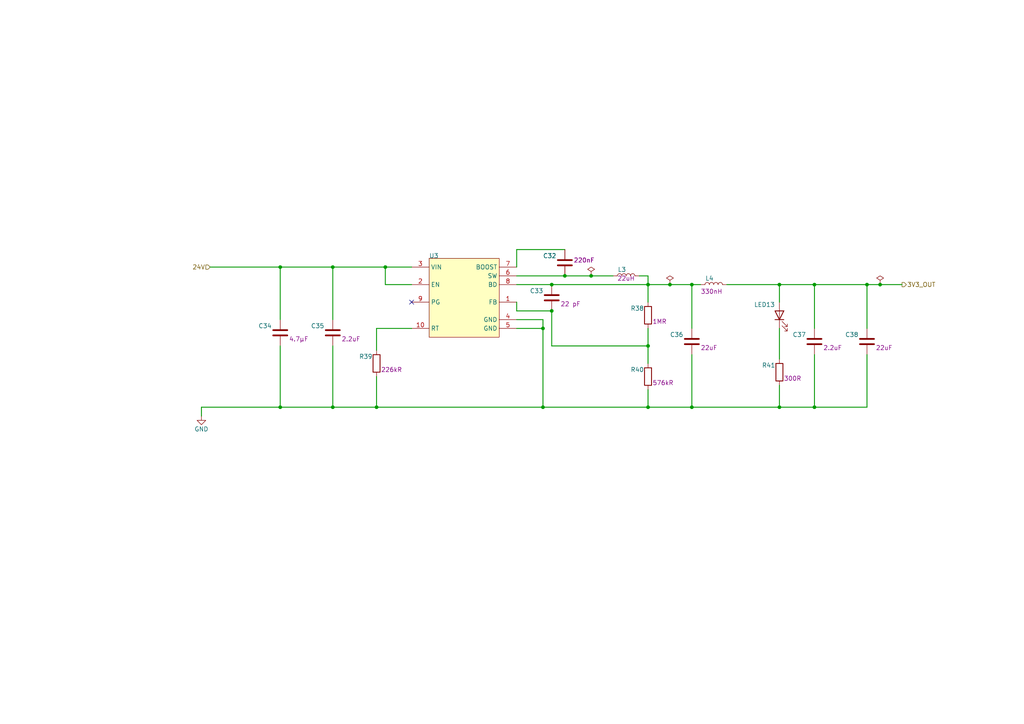
<source format=kicad_sch>
(kicad_sch
	(version 20231120)
	(generator "eeschema")
	(generator_version "8.0")
	(uuid "26f5978a-ccd8-4c42-9fe0-6c091a7adea7")
	(paper "A4")
	(title_block
		(title "Power 3V3")
		(rev "1")
	)
	(lib_symbols
		(symbol "Device:C"
			(pin_numbers hide)
			(pin_names
				(offset 0.254)
			)
			(exclude_from_sim no)
			(in_bom yes)
			(on_board yes)
			(property "Reference" "C"
				(at 0.635 2.54 0)
				(effects
					(font
						(size 1.27 1.27)
					)
					(justify left)
				)
			)
			(property "Value" "C"
				(at 0.635 -2.54 0)
				(effects
					(font
						(size 1.27 1.27)
					)
					(justify left)
				)
			)
			(property "Footprint" ""
				(at 0.9652 -3.81 0)
				(effects
					(font
						(size 1.27 1.27)
					)
					(hide yes)
				)
			)
			(property "Datasheet" "~"
				(at 0 0 0)
				(effects
					(font
						(size 1.27 1.27)
					)
					(hide yes)
				)
			)
			(property "Description" "Unpolarized capacitor"
				(at 0 0 0)
				(effects
					(font
						(size 1.27 1.27)
					)
					(hide yes)
				)
			)
			(property "ki_keywords" "cap capacitor"
				(at 0 0 0)
				(effects
					(font
						(size 1.27 1.27)
					)
					(hide yes)
				)
			)
			(property "ki_fp_filters" "C_*"
				(at 0 0 0)
				(effects
					(font
						(size 1.27 1.27)
					)
					(hide yes)
				)
			)
			(symbol "C_0_1"
				(polyline
					(pts
						(xy -2.032 -0.762) (xy 2.032 -0.762)
					)
					(stroke
						(width 0.508)
						(type default)
					)
					(fill
						(type none)
					)
				)
				(polyline
					(pts
						(xy -2.032 0.762) (xy 2.032 0.762)
					)
					(stroke
						(width 0.508)
						(type default)
					)
					(fill
						(type none)
					)
				)
			)
			(symbol "C_1_1"
				(pin passive line
					(at 0 3.81 270)
					(length 2.794)
					(name "~"
						(effects
							(font
								(size 1.27 1.27)
							)
						)
					)
					(number "1"
						(effects
							(font
								(size 1.27 1.27)
							)
						)
					)
				)
				(pin passive line
					(at 0 -3.81 90)
					(length 2.794)
					(name "~"
						(effects
							(font
								(size 1.27 1.27)
							)
						)
					)
					(number "2"
						(effects
							(font
								(size 1.27 1.27)
							)
						)
					)
				)
			)
		)
		(symbol "Device:L"
			(pin_numbers hide)
			(pin_names
				(offset 1.016) hide)
			(exclude_from_sim no)
			(in_bom yes)
			(on_board yes)
			(property "Reference" "L"
				(at -1.27 0 90)
				(effects
					(font
						(size 1.27 1.27)
					)
				)
			)
			(property "Value" "L"
				(at 1.905 0 90)
				(effects
					(font
						(size 1.27 1.27)
					)
				)
			)
			(property "Footprint" ""
				(at 0 0 0)
				(effects
					(font
						(size 1.27 1.27)
					)
					(hide yes)
				)
			)
			(property "Datasheet" "~"
				(at 0 0 0)
				(effects
					(font
						(size 1.27 1.27)
					)
					(hide yes)
				)
			)
			(property "Description" "Inductor"
				(at 0 0 0)
				(effects
					(font
						(size 1.27 1.27)
					)
					(hide yes)
				)
			)
			(property "ki_keywords" "inductor choke coil reactor magnetic"
				(at 0 0 0)
				(effects
					(font
						(size 1.27 1.27)
					)
					(hide yes)
				)
			)
			(property "ki_fp_filters" "Choke_* *Coil* Inductor_* L_*"
				(at 0 0 0)
				(effects
					(font
						(size 1.27 1.27)
					)
					(hide yes)
				)
			)
			(symbol "L_0_1"
				(arc
					(start 0 -2.54)
					(mid 0.6323 -1.905)
					(end 0 -1.27)
					(stroke
						(width 0)
						(type default)
					)
					(fill
						(type none)
					)
				)
				(arc
					(start 0 -1.27)
					(mid 0.6323 -0.635)
					(end 0 0)
					(stroke
						(width 0)
						(type default)
					)
					(fill
						(type none)
					)
				)
				(arc
					(start 0 0)
					(mid 0.6323 0.635)
					(end 0 1.27)
					(stroke
						(width 0)
						(type default)
					)
					(fill
						(type none)
					)
				)
				(arc
					(start 0 1.27)
					(mid 0.6323 1.905)
					(end 0 2.54)
					(stroke
						(width 0)
						(type default)
					)
					(fill
						(type none)
					)
				)
			)
			(symbol "L_1_1"
				(pin passive line
					(at 0 3.81 270)
					(length 1.27)
					(name "1"
						(effects
							(font
								(size 1.27 1.27)
							)
						)
					)
					(number "1"
						(effects
							(font
								(size 1.27 1.27)
							)
						)
					)
				)
				(pin passive line
					(at 0 -3.81 90)
					(length 1.27)
					(name "2"
						(effects
							(font
								(size 1.27 1.27)
							)
						)
					)
					(number "2"
						(effects
							(font
								(size 1.27 1.27)
							)
						)
					)
				)
			)
		)
		(symbol "Device:LED"
			(pin_numbers hide)
			(pin_names
				(offset 1.016) hide)
			(exclude_from_sim no)
			(in_bom yes)
			(on_board yes)
			(property "Reference" "D"
				(at 0 2.54 0)
				(effects
					(font
						(size 1.27 1.27)
					)
				)
			)
			(property "Value" "LED"
				(at 0 -2.54 0)
				(effects
					(font
						(size 1.27 1.27)
					)
				)
			)
			(property "Footprint" ""
				(at 0 0 0)
				(effects
					(font
						(size 1.27 1.27)
					)
					(hide yes)
				)
			)
			(property "Datasheet" "~"
				(at 0 0 0)
				(effects
					(font
						(size 1.27 1.27)
					)
					(hide yes)
				)
			)
			(property "Description" "Light emitting diode"
				(at 0 0 0)
				(effects
					(font
						(size 1.27 1.27)
					)
					(hide yes)
				)
			)
			(property "ki_keywords" "LED diode"
				(at 0 0 0)
				(effects
					(font
						(size 1.27 1.27)
					)
					(hide yes)
				)
			)
			(property "ki_fp_filters" "LED* LED_SMD:* LED_THT:*"
				(at 0 0 0)
				(effects
					(font
						(size 1.27 1.27)
					)
					(hide yes)
				)
			)
			(symbol "LED_0_1"
				(polyline
					(pts
						(xy -1.27 -1.27) (xy -1.27 1.27)
					)
					(stroke
						(width 0.254)
						(type default)
					)
					(fill
						(type none)
					)
				)
				(polyline
					(pts
						(xy -1.27 0) (xy 1.27 0)
					)
					(stroke
						(width 0)
						(type default)
					)
					(fill
						(type none)
					)
				)
				(polyline
					(pts
						(xy 1.27 -1.27) (xy 1.27 1.27) (xy -1.27 0) (xy 1.27 -1.27)
					)
					(stroke
						(width 0.254)
						(type default)
					)
					(fill
						(type none)
					)
				)
				(polyline
					(pts
						(xy -3.048 -0.762) (xy -4.572 -2.286) (xy -3.81 -2.286) (xy -4.572 -2.286) (xy -4.572 -1.524)
					)
					(stroke
						(width 0)
						(type default)
					)
					(fill
						(type none)
					)
				)
				(polyline
					(pts
						(xy -1.778 -0.762) (xy -3.302 -2.286) (xy -2.54 -2.286) (xy -3.302 -2.286) (xy -3.302 -1.524)
					)
					(stroke
						(width 0)
						(type default)
					)
					(fill
						(type none)
					)
				)
			)
			(symbol "LED_1_1"
				(pin passive line
					(at -3.81 0 0)
					(length 2.54)
					(name "K"
						(effects
							(font
								(size 1.27 1.27)
							)
						)
					)
					(number "1"
						(effects
							(font
								(size 1.27 1.27)
							)
						)
					)
				)
				(pin passive line
					(at 3.81 0 180)
					(length 2.54)
					(name "A"
						(effects
							(font
								(size 1.27 1.27)
							)
						)
					)
					(number "2"
						(effects
							(font
								(size 1.27 1.27)
							)
						)
					)
				)
			)
		)
		(symbol "Device:R"
			(pin_numbers hide)
			(pin_names
				(offset 0)
			)
			(exclude_from_sim no)
			(in_bom yes)
			(on_board yes)
			(property "Reference" "R"
				(at 2.032 0 90)
				(effects
					(font
						(size 1.27 1.27)
					)
				)
			)
			(property "Value" "R"
				(at 0 0 90)
				(effects
					(font
						(size 1.27 1.27)
					)
				)
			)
			(property "Footprint" ""
				(at -1.778 0 90)
				(effects
					(font
						(size 1.27 1.27)
					)
					(hide yes)
				)
			)
			(property "Datasheet" "~"
				(at 0 0 0)
				(effects
					(font
						(size 1.27 1.27)
					)
					(hide yes)
				)
			)
			(property "Description" "Resistor"
				(at 0 0 0)
				(effects
					(font
						(size 1.27 1.27)
					)
					(hide yes)
				)
			)
			(property "ki_keywords" "R res resistor"
				(at 0 0 0)
				(effects
					(font
						(size 1.27 1.27)
					)
					(hide yes)
				)
			)
			(property "ki_fp_filters" "R_*"
				(at 0 0 0)
				(effects
					(font
						(size 1.27 1.27)
					)
					(hide yes)
				)
			)
			(symbol "R_0_1"
				(rectangle
					(start -1.016 -2.54)
					(end 1.016 2.54)
					(stroke
						(width 0.254)
						(type default)
					)
					(fill
						(type none)
					)
				)
			)
			(symbol "R_1_1"
				(pin passive line
					(at 0 3.81 270)
					(length 1.27)
					(name "~"
						(effects
							(font
								(size 1.27 1.27)
							)
						)
					)
					(number "1"
						(effects
							(font
								(size 1.27 1.27)
							)
						)
					)
				)
				(pin passive line
					(at 0 -3.81 90)
					(length 1.27)
					(name "~"
						(effects
							(font
								(size 1.27 1.27)
							)
						)
					)
					(number "2"
						(effects
							(font
								(size 1.27 1.27)
							)
						)
					)
				)
			)
		)
		(symbol "Untitled-altium-import:root_0_LT-LT3970_B-MS-10"
			(exclude_from_sim no)
			(in_bom yes)
			(on_board yes)
			(property "Reference" ""
				(at 0 0 0)
				(effects
					(font
						(size 1.27 1.27)
					)
				)
			)
			(property "Value" ""
				(at 0 0 0)
				(effects
					(font
						(size 1.27 1.27)
					)
				)
			)
			(property "Footprint" ""
				(at 0 0 0)
				(effects
					(font
						(size 1.27 1.27)
					)
					(hide yes)
				)
			)
			(property "Datasheet" ""
				(at 0 0 0)
				(effects
					(font
						(size 1.27 1.27)
					)
					(hide yes)
				)
			)
			(property "Description" "350 mA Step-Down Regulator with 2.5 uA Quiescent Current and Integrated Diodes, 10-pin SOP (MS-10), -40 to 125 degC, Pb-Free, Tape and Reel"
				(at 0 0 0)
				(effects
					(font
						(size 1.27 1.27)
					)
					(hide yes)
				)
			)
			(property "ki_fp_filters" "LT-MS-10_N"
				(at 0 0 0)
				(effects
					(font
						(size 1.27 1.27)
					)
					(hide yes)
				)
			)
			(symbol "root_0_LT-LT3970_B-MS-10_1_0"
				(rectangle
					(start 20.32 0)
					(end 0 -22.86)
					(stroke
						(width 0)
						(type solid)
					)
					(fill
						(type background)
					)
				)
				(pin input line
					(at 25.4 -12.7 180)
					(length 5.08)
					(name "FB"
						(effects
							(font
								(size 1.27 1.27)
							)
						)
					)
					(number "1"
						(effects
							(font
								(size 1.27 1.27)
							)
						)
					)
				)
				(pin passive line
					(at -5.08 -20.32 0)
					(length 5.08)
					(name "RT"
						(effects
							(font
								(size 1.27 1.27)
							)
						)
					)
					(number "10"
						(effects
							(font
								(size 1.27 1.27)
							)
						)
					)
				)
				(pin input line
					(at -5.08 -7.62 0)
					(length 5.08)
					(name "EN"
						(effects
							(font
								(size 1.27 1.27)
							)
						)
					)
					(number "2"
						(effects
							(font
								(size 1.27 1.27)
							)
						)
					)
				)
				(pin power_in line
					(at -5.08 -2.54 0)
					(length 5.08)
					(name "VIN"
						(effects
							(font
								(size 1.27 1.27)
							)
						)
					)
					(number "3"
						(effects
							(font
								(size 1.27 1.27)
							)
						)
					)
				)
				(pin power_in line
					(at 25.4 -17.78 180)
					(length 5.08)
					(name "GND"
						(effects
							(font
								(size 1.27 1.27)
							)
						)
					)
					(number "4"
						(effects
							(font
								(size 1.27 1.27)
							)
						)
					)
				)
				(pin power_in line
					(at 25.4 -20.32 180)
					(length 5.08)
					(name "GND"
						(effects
							(font
								(size 1.27 1.27)
							)
						)
					)
					(number "5"
						(effects
							(font
								(size 1.27 1.27)
							)
						)
					)
				)
				(pin power_in line
					(at 25.4 -5.08 180)
					(length 5.08)
					(name "SW"
						(effects
							(font
								(size 1.27 1.27)
							)
						)
					)
					(number "6"
						(effects
							(font
								(size 1.27 1.27)
							)
						)
					)
				)
				(pin passive line
					(at 25.4 -2.54 180)
					(length 5.08)
					(name "BOOST"
						(effects
							(font
								(size 1.27 1.27)
							)
						)
					)
					(number "7"
						(effects
							(font
								(size 1.27 1.27)
							)
						)
					)
				)
				(pin power_in line
					(at 25.4 -7.62 180)
					(length 5.08)
					(name "BD"
						(effects
							(font
								(size 1.27 1.27)
							)
						)
					)
					(number "8"
						(effects
							(font
								(size 1.27 1.27)
							)
						)
					)
				)
				(pin open_collector line
					(at -5.08 -12.7 0)
					(length 5.08)
					(name "PG"
						(effects
							(font
								(size 1.27 1.27)
							)
						)
					)
					(number "9"
						(effects
							(font
								(size 1.27 1.27)
							)
						)
					)
				)
			)
		)
		(symbol "power:GND"
			(power)
			(pin_numbers hide)
			(pin_names
				(offset 0) hide)
			(exclude_from_sim no)
			(in_bom yes)
			(on_board yes)
			(property "Reference" "#PWR"
				(at 0 -6.35 0)
				(effects
					(font
						(size 1.27 1.27)
					)
					(hide yes)
				)
			)
			(property "Value" "GND"
				(at 0 -3.81 0)
				(effects
					(font
						(size 1.27 1.27)
					)
				)
			)
			(property "Footprint" ""
				(at 0 0 0)
				(effects
					(font
						(size 1.27 1.27)
					)
					(hide yes)
				)
			)
			(property "Datasheet" ""
				(at 0 0 0)
				(effects
					(font
						(size 1.27 1.27)
					)
					(hide yes)
				)
			)
			(property "Description" "Power symbol creates a global label with name \"GND\" , ground"
				(at 0 0 0)
				(effects
					(font
						(size 1.27 1.27)
					)
					(hide yes)
				)
			)
			(property "ki_keywords" "global power"
				(at 0 0 0)
				(effects
					(font
						(size 1.27 1.27)
					)
					(hide yes)
				)
			)
			(symbol "GND_0_1"
				(polyline
					(pts
						(xy 0 0) (xy 0 -1.27) (xy 1.27 -1.27) (xy 0 -2.54) (xy -1.27 -1.27) (xy 0 -1.27)
					)
					(stroke
						(width 0)
						(type default)
					)
					(fill
						(type none)
					)
				)
			)
			(symbol "GND_1_1"
				(pin power_in line
					(at 0 0 270)
					(length 0)
					(name "~"
						(effects
							(font
								(size 1.27 1.27)
							)
						)
					)
					(number "1"
						(effects
							(font
								(size 1.27 1.27)
							)
						)
					)
				)
			)
		)
		(symbol "power:PWR_FLAG"
			(power)
			(pin_numbers hide)
			(pin_names
				(offset 0) hide)
			(exclude_from_sim no)
			(in_bom yes)
			(on_board yes)
			(property "Reference" "#FLG"
				(at 0 1.905 0)
				(effects
					(font
						(size 1.27 1.27)
					)
					(hide yes)
				)
			)
			(property "Value" "PWR_FLAG"
				(at 0 3.81 0)
				(effects
					(font
						(size 1.27 1.27)
					)
				)
			)
			(property "Footprint" ""
				(at 0 0 0)
				(effects
					(font
						(size 1.27 1.27)
					)
					(hide yes)
				)
			)
			(property "Datasheet" "~"
				(at 0 0 0)
				(effects
					(font
						(size 1.27 1.27)
					)
					(hide yes)
				)
			)
			(property "Description" "Special symbol for telling ERC where power comes from"
				(at 0 0 0)
				(effects
					(font
						(size 1.27 1.27)
					)
					(hide yes)
				)
			)
			(property "ki_keywords" "flag power"
				(at 0 0 0)
				(effects
					(font
						(size 1.27 1.27)
					)
					(hide yes)
				)
			)
			(symbol "PWR_FLAG_0_0"
				(pin power_out line
					(at 0 0 90)
					(length 0)
					(name "~"
						(effects
							(font
								(size 1.27 1.27)
							)
						)
					)
					(number "1"
						(effects
							(font
								(size 1.27 1.27)
							)
						)
					)
				)
			)
			(symbol "PWR_FLAG_0_1"
				(polyline
					(pts
						(xy 0 0) (xy 0 1.27) (xy -1.016 1.905) (xy 0 2.54) (xy 1.016 1.905) (xy 0 1.27)
					)
					(stroke
						(width 0)
						(type default)
					)
					(fill
						(type none)
					)
				)
			)
		)
	)
	(junction
		(at 111.76 77.47)
		(diameter 0)
		(color 0 0 0 0)
		(uuid "33128de6-97be-41c1-87f4-ca68f0252eac")
	)
	(junction
		(at 157.48 118.11)
		(diameter 0)
		(color 0 0 0 0)
		(uuid "34f5be2b-cc62-449b-9a02-ca12091dba16")
	)
	(junction
		(at 187.96 100.33)
		(diameter 0)
		(color 0 0 0 0)
		(uuid "40b864e0-2967-465b-ba0b-8141a39ba6fd")
	)
	(junction
		(at 226.06 118.11)
		(diameter 0)
		(color 0 0 0 0)
		(uuid "44c31600-f9fa-4d4c-8045-07aaa4b31ff2")
	)
	(junction
		(at 160.02 82.55)
		(diameter 0)
		(color 0 0 0 0)
		(uuid "4545b77c-b36a-443f-8b3d-4bcbba23e71c")
	)
	(junction
		(at 226.06 82.55)
		(diameter 0)
		(color 0 0 0 0)
		(uuid "46b31070-d9a3-44d4-9790-45eb200a1766")
	)
	(junction
		(at 157.48 95.25)
		(diameter 0)
		(color 0 0 0 0)
		(uuid "4b00db61-8230-4293-a02c-b7f6bce74e57")
	)
	(junction
		(at 96.52 77.47)
		(diameter 0)
		(color 0 0 0 0)
		(uuid "503bba6f-2cd4-4733-8643-9b3a41cf7a51")
	)
	(junction
		(at 187.96 118.11)
		(diameter 0)
		(color 0 0 0 0)
		(uuid "5449ae05-7c71-40d4-8b26-60c74442920c")
	)
	(junction
		(at 81.28 77.47)
		(diameter 0)
		(color 0 0 0 0)
		(uuid "5b785b14-6e76-4ae7-862d-baf12bf2f94f")
	)
	(junction
		(at 255.27 82.55)
		(diameter 0)
		(color 0 0 0 0)
		(uuid "6daa9349-f1c6-4703-ac48-5aeacd4c87de")
	)
	(junction
		(at 187.96 82.55)
		(diameter 0)
		(color 0 0 0 0)
		(uuid "6e0be806-4956-457b-9632-22c9d5d4a372")
	)
	(junction
		(at 200.66 82.55)
		(diameter 0)
		(color 0 0 0 0)
		(uuid "83efb6d4-9095-4c3b-bee1-51aade3cbfea")
	)
	(junction
		(at 236.22 82.55)
		(diameter 0)
		(color 0 0 0 0)
		(uuid "96ba4fad-70cc-404b-a17f-99f708d0378a")
	)
	(junction
		(at 236.22 118.11)
		(diameter 0)
		(color 0 0 0 0)
		(uuid "9f7e8f36-2958-419b-9231-1d677fd005cf")
	)
	(junction
		(at 81.28 118.11)
		(diameter 0)
		(color 0 0 0 0)
		(uuid "a10c3685-17ce-4ec0-90b1-9766d5b777e3")
	)
	(junction
		(at 160.02 90.17)
		(diameter 0)
		(color 0 0 0 0)
		(uuid "b8031d0c-2fcc-439a-b049-b5ccfd2da7f8")
	)
	(junction
		(at 194.31 82.55)
		(diameter 0)
		(color 0 0 0 0)
		(uuid "ba643548-175a-4c97-a6f4-a1d9b017a2ca")
	)
	(junction
		(at 171.45 80.01)
		(diameter 0)
		(color 0 0 0 0)
		(uuid "c47e2635-b5c1-4ef7-8c06-c8a841ede4d1")
	)
	(junction
		(at 251.46 82.55)
		(diameter 0)
		(color 0 0 0 0)
		(uuid "d16b25d9-d3ce-4a59-9e0b-f5b4454fca27")
	)
	(junction
		(at 200.66 118.11)
		(diameter 0)
		(color 0 0 0 0)
		(uuid "d5ff4771-997e-431b-9031-b2e4c824afdb")
	)
	(junction
		(at 163.83 80.01)
		(diameter 0)
		(color 0 0 0 0)
		(uuid "f1949fd0-37f4-4528-b980-a68327b55542")
	)
	(junction
		(at 96.52 118.11)
		(diameter 0)
		(color 0 0 0 0)
		(uuid "f2dfab46-0de6-4af3-99b3-9e25937bda30")
	)
	(junction
		(at 109.22 118.11)
		(diameter 0)
		(color 0 0 0 0)
		(uuid "f38c629e-fae4-4e04-897c-62fda9f1af43")
	)
	(no_connect
		(at 119.38 87.63)
		(uuid "fa347a5d-07d8-4007-aeb4-cfb47caa1107")
	)
	(wire
		(pts
			(xy 171.45 80.01) (xy 177.8 80.01)
		)
		(stroke
			(width 0.254)
			(type default)
		)
		(uuid "0b3ac0fb-3a41-4e3e-8df1-cca842b57345")
	)
	(wire
		(pts
			(xy 96.52 77.47) (xy 111.76 77.47)
		)
		(stroke
			(width 0.254)
			(type default)
		)
		(uuid "0df21ecb-a201-4dbf-9545-7f01b5c0d462")
	)
	(wire
		(pts
			(xy 226.06 82.55) (xy 236.22 82.55)
		)
		(stroke
			(width 0.254)
			(type default)
		)
		(uuid "0f477b6c-6fa5-4fb5-89a1-faa8c7198454")
	)
	(wire
		(pts
			(xy 261.62 82.55) (xy 255.27 82.55)
		)
		(stroke
			(width 0.254)
			(type default)
		)
		(uuid "16caa3ef-c8a3-4f5d-83c2-22184a25438d")
	)
	(wire
		(pts
			(xy 251.46 118.11) (xy 236.22 118.11)
		)
		(stroke
			(width 0.254)
			(type default)
		)
		(uuid "1f7c005f-adf6-44be-b1de-b91fe1ce5d91")
	)
	(wire
		(pts
			(xy 119.38 95.25) (xy 109.22 95.25)
		)
		(stroke
			(width 0.254)
			(type default)
		)
		(uuid "2011df76-7d18-4a31-bf86-13892f1f3180")
	)
	(wire
		(pts
			(xy 226.06 95.25) (xy 226.06 104.14)
		)
		(stroke
			(width 0.254)
			(type default)
		)
		(uuid "286fe2c2-1e67-437f-9b4b-dcf5e0aad0fb")
	)
	(wire
		(pts
			(xy 149.86 72.39) (xy 149.86 77.47)
		)
		(stroke
			(width 0.254)
			(type default)
		)
		(uuid "2ab3865a-4b20-419f-ab5c-5171b1d8aa90")
	)
	(wire
		(pts
			(xy 251.46 102.87) (xy 251.46 118.11)
		)
		(stroke
			(width 0.254)
			(type default)
		)
		(uuid "2e4c7956-b4c5-4b21-b794-ef05d2d2184c")
	)
	(wire
		(pts
			(xy 96.52 118.11) (xy 96.52 100.33)
		)
		(stroke
			(width 0.254)
			(type default)
		)
		(uuid "2e9dca4c-bcea-41dd-bd9f-d5c2b01f590c")
	)
	(wire
		(pts
			(xy 157.48 118.11) (xy 157.48 95.25)
		)
		(stroke
			(width 0.254)
			(type default)
		)
		(uuid "33f9c05d-7614-463a-9b11-90e4ea2a6175")
	)
	(wire
		(pts
			(xy 200.66 82.55) (xy 200.66 95.25)
		)
		(stroke
			(width 0.254)
			(type default)
		)
		(uuid "34815c7d-6e7e-4541-a3e1-3efeb07c7385")
	)
	(wire
		(pts
			(xy 109.22 95.25) (xy 109.22 101.6)
		)
		(stroke
			(width 0.254)
			(type default)
		)
		(uuid "34e82105-7196-4d89-995b-4f50e57808f8")
	)
	(wire
		(pts
			(xy 187.96 80.01) (xy 185.42 80.01)
		)
		(stroke
			(width 0.254)
			(type default)
		)
		(uuid "35ad0fca-b5fa-427d-bbce-f529f65d4af1")
	)
	(wire
		(pts
			(xy 236.22 102.87) (xy 236.22 118.11)
		)
		(stroke
			(width 0.254)
			(type default)
		)
		(uuid "37cad42c-4bb5-4331-8af1-f666da7aaca5")
	)
	(wire
		(pts
			(xy 226.06 118.11) (xy 236.22 118.11)
		)
		(stroke
			(width 0.254)
			(type default)
		)
		(uuid "3b6008a9-c749-43e0-a21a-8b2c021f8405")
	)
	(wire
		(pts
			(xy 194.31 82.55) (xy 200.66 82.55)
		)
		(stroke
			(width 0.254)
			(type default)
		)
		(uuid "3bfbee2c-0188-4d26-81b6-c9af90636d1d")
	)
	(wire
		(pts
			(xy 160.02 82.55) (xy 187.96 82.55)
		)
		(stroke
			(width 0.254)
			(type default)
		)
		(uuid "3fbb6b86-1e28-44bb-81d4-a620616f8343")
	)
	(wire
		(pts
			(xy 200.66 82.55) (xy 203.2 82.55)
		)
		(stroke
			(width 0.254)
			(type default)
		)
		(uuid "4d986342-6541-42e6-9e20-11ae794909c7")
	)
	(wire
		(pts
			(xy 157.48 95.25) (xy 149.86 95.25)
		)
		(stroke
			(width 0.254)
			(type default)
		)
		(uuid "53a9dcf7-e61e-47da-a329-a09d61c3f103")
	)
	(wire
		(pts
			(xy 236.22 82.55) (xy 236.22 95.25)
		)
		(stroke
			(width 0.254)
			(type default)
		)
		(uuid "53fac8ff-8f33-4681-b026-eb6dfdf58fb1")
	)
	(wire
		(pts
			(xy 210.82 82.55) (xy 226.06 82.55)
		)
		(stroke
			(width 0.254)
			(type default)
		)
		(uuid "5bfac892-99dc-4f41-b302-3b2ed75480b4")
	)
	(wire
		(pts
			(xy 111.76 77.47) (xy 119.38 77.47)
		)
		(stroke
			(width 0.254)
			(type default)
		)
		(uuid "695dafe8-64f5-4a64-b4de-ae80ddda41f7")
	)
	(wire
		(pts
			(xy 119.38 82.55) (xy 111.76 82.55)
		)
		(stroke
			(width 0.254)
			(type default)
		)
		(uuid "7159ed79-b29c-4004-86a4-e04f47d793be")
	)
	(wire
		(pts
			(xy 58.42 120.65) (xy 58.42 118.11)
		)
		(stroke
			(width 0.254)
			(type default)
		)
		(uuid "8051ce66-0c15-43ff-882e-7468c7c8d1db")
	)
	(wire
		(pts
			(xy 149.86 72.39) (xy 163.83 72.39)
		)
		(stroke
			(width 0.254)
			(type default)
		)
		(uuid "80a6302e-462f-4edb-b412-6dc5ed4dfa44")
	)
	(wire
		(pts
			(xy 157.48 118.11) (xy 187.96 118.11)
		)
		(stroke
			(width 0.254)
			(type default)
		)
		(uuid "8196c4ea-ac8a-46f4-966b-fb8e71f96685")
	)
	(wire
		(pts
			(xy 226.06 111.76) (xy 226.06 118.11)
		)
		(stroke
			(width 0.254)
			(type default)
		)
		(uuid "88434caf-ed11-4ac5-85ce-747c32a7cbdc")
	)
	(wire
		(pts
			(xy 187.96 118.11) (xy 187.96 113.03)
		)
		(stroke
			(width 0.254)
			(type default)
		)
		(uuid "8cb65ccc-17ff-4377-828b-4ebf6087b86b")
	)
	(wire
		(pts
			(xy 255.27 82.55) (xy 251.46 82.55)
		)
		(stroke
			(width 0.254)
			(type default)
		)
		(uuid "8ed09806-5d6f-4ed8-97cc-904db9d5df41")
	)
	(wire
		(pts
			(xy 200.66 102.87) (xy 200.66 118.11)
		)
		(stroke
			(width 0.254)
			(type default)
		)
		(uuid "96977923-97f7-48cb-bb37-e0305831ec39")
	)
	(wire
		(pts
			(xy 187.96 82.55) (xy 187.96 87.63)
		)
		(stroke
			(width 0.254)
			(type default)
		)
		(uuid "97aa818c-66fd-4bbf-81c7-183ff7ebe168")
	)
	(wire
		(pts
			(xy 149.86 90.17) (xy 160.02 90.17)
		)
		(stroke
			(width 0.254)
			(type default)
		)
		(uuid "9c7d6ad8-ba7c-4584-a5db-c594458cebe1")
	)
	(wire
		(pts
			(xy 96.52 92.71) (xy 96.52 77.47)
		)
		(stroke
			(width 0.254)
			(type default)
		)
		(uuid "a0e917bc-b610-44fc-b5fa-6503dca7f168")
	)
	(wire
		(pts
			(xy 187.96 82.55) (xy 187.96 80.01)
		)
		(stroke
			(width 0.254)
			(type default)
		)
		(uuid "a2112d0e-90c2-4523-8830-b529a1958463")
	)
	(wire
		(pts
			(xy 96.52 118.11) (xy 109.22 118.11)
		)
		(stroke
			(width 0.254)
			(type default)
		)
		(uuid "a5ad8f13-7fb7-4bb3-ae93-ae3719649870")
	)
	(wire
		(pts
			(xy 81.28 100.33) (xy 81.28 118.11)
		)
		(stroke
			(width 0.254)
			(type default)
		)
		(uuid "a9ff9689-b738-483e-a13c-c687f49942e6")
	)
	(wire
		(pts
			(xy 187.96 95.25) (xy 187.96 100.33)
		)
		(stroke
			(width 0.254)
			(type default)
		)
		(uuid "b5bb90db-c867-4c3c-81ca-5314880bfc26")
	)
	(wire
		(pts
			(xy 200.66 118.11) (xy 187.96 118.11)
		)
		(stroke
			(width 0.254)
			(type default)
		)
		(uuid "b7835ec6-24ec-46d2-8776-5c6ec5b47729")
	)
	(wire
		(pts
			(xy 81.28 77.47) (xy 60.96 77.47)
		)
		(stroke
			(width 0.254)
			(type default)
		)
		(uuid "b912ec90-f932-480f-8d9a-7b7886cce5d4")
	)
	(wire
		(pts
			(xy 149.86 80.01) (xy 163.83 80.01)
		)
		(stroke
			(width 0.254)
			(type default)
		)
		(uuid "bba6cdc2-c5b3-4c6c-ab00-0b070e6e60d3")
	)
	(wire
		(pts
			(xy 200.66 118.11) (xy 226.06 118.11)
		)
		(stroke
			(width 0.254)
			(type default)
		)
		(uuid "bbc94b99-8e36-454a-ba5f-4e2a4e9b810b")
	)
	(wire
		(pts
			(xy 236.22 82.55) (xy 251.46 82.55)
		)
		(stroke
			(width 0.254)
			(type default)
		)
		(uuid "c08a961e-b81e-4b21-9fb5-4ba20f13ae47")
	)
	(wire
		(pts
			(xy 187.96 82.55) (xy 194.31 82.55)
		)
		(stroke
			(width 0.254)
			(type default)
		)
		(uuid "c737a695-7256-4c3c-8f64-21bf4cccf23a")
	)
	(wire
		(pts
			(xy 160.02 90.17) (xy 160.02 100.33)
		)
		(stroke
			(width 0.254)
			(type default)
		)
		(uuid "c787bb66-51cb-48e1-a494-16a394e0018b")
	)
	(wire
		(pts
			(xy 251.46 82.55) (xy 251.46 95.25)
		)
		(stroke
			(width 0.254)
			(type default)
		)
		(uuid "ca93510b-7fab-4ab8-a180-f62a82748b54")
	)
	(wire
		(pts
			(xy 58.42 118.11) (xy 81.28 118.11)
		)
		(stroke
			(width 0.254)
			(type default)
		)
		(uuid "d1c52572-5637-4507-bf31-37163102c011")
	)
	(wire
		(pts
			(xy 187.96 100.33) (xy 187.96 105.41)
		)
		(stroke
			(width 0.254)
			(type default)
		)
		(uuid "d3d3e039-5c69-4e4c-a4c2-1859716d215d")
	)
	(wire
		(pts
			(xy 81.28 92.71) (xy 81.28 77.47)
		)
		(stroke
			(width 0.254)
			(type default)
		)
		(uuid "de939347-50de-40c6-a7af-b34737a6f0db")
	)
	(wire
		(pts
			(xy 109.22 118.11) (xy 157.48 118.11)
		)
		(stroke
			(width 0.254)
			(type default)
		)
		(uuid "dff9e2d3-632e-4933-a21f-2641125059f6")
	)
	(wire
		(pts
			(xy 109.22 118.11) (xy 109.22 109.22)
		)
		(stroke
			(width 0.254)
			(type default)
		)
		(uuid "e856f760-d37b-4a61-b304-98c7f37b2296")
	)
	(wire
		(pts
			(xy 149.86 92.71) (xy 157.48 92.71)
		)
		(stroke
			(width 0.254)
			(type default)
		)
		(uuid "e8a88558-7573-436a-b826-0effdfd5d3a9")
	)
	(wire
		(pts
			(xy 226.06 87.63) (xy 226.06 82.55)
		)
		(stroke
			(width 0.254)
			(type default)
		)
		(uuid "eb0e4938-815e-49c1-8100-1fcd49a135e1")
	)
	(wire
		(pts
			(xy 163.83 80.01) (xy 171.45 80.01)
		)
		(stroke
			(width 0.254)
			(type default)
		)
		(uuid "ebc75454-62bc-4bce-a763-ac26e18f28ca")
	)
	(wire
		(pts
			(xy 160.02 100.33) (xy 187.96 100.33)
		)
		(stroke
			(width 0.254)
			(type default)
		)
		(uuid "f28b9d47-ccc3-45cd-a1e3-b7940356f8e1")
	)
	(wire
		(pts
			(xy 149.86 82.55) (xy 160.02 82.55)
		)
		(stroke
			(width 0.254)
			(type default)
		)
		(uuid "f6257dc6-ab32-4f03-8066-0994ef4f0230")
	)
	(wire
		(pts
			(xy 81.28 77.47) (xy 96.52 77.47)
		)
		(stroke
			(width 0.254)
			(type default)
		)
		(uuid "f6d08872-1e73-4d1a-8325-1d76d254aa60")
	)
	(wire
		(pts
			(xy 149.86 90.17) (xy 149.86 87.63)
		)
		(stroke
			(width 0.254)
			(type default)
		)
		(uuid "f7c6b2ba-ea5b-4906-b5d5-b8a9f5f472b6")
	)
	(wire
		(pts
			(xy 157.48 92.71) (xy 157.48 95.25)
		)
		(stroke
			(width 0.254)
			(type default)
		)
		(uuid "faed3976-9574-4598-8e4f-050157065dda")
	)
	(wire
		(pts
			(xy 81.28 118.11) (xy 96.52 118.11)
		)
		(stroke
			(width 0.254)
			(type default)
		)
		(uuid "fb170de8-5d3b-49e8-bfdc-97ce3bdb585e")
	)
	(wire
		(pts
			(xy 111.76 82.55) (xy 111.76 77.47)
		)
		(stroke
			(width 0.254)
			(type default)
		)
		(uuid "fc3b1990-ab58-4fdb-b9b1-153cac77d6e1")
	)
	(hierarchical_label "24V"
		(shape input)
		(at 60.96 77.47 180)
		(fields_autoplaced yes)
		(effects
			(font
				(size 1.27 1.27)
			)
			(justify right)
		)
		(uuid "32760667-ff16-4865-830b-fccf444a977b")
	)
	(hierarchical_label "3V3_OUT"
		(shape output)
		(at 261.62 82.55 0)
		(fields_autoplaced yes)
		(effects
			(font
				(size 1.27 1.27)
			)
			(justify left)
		)
		(uuid "62594be8-0e1c-43b4-a2ed-8cb918c0a26a")
	)
	(symbol
		(lib_id "Device:L")
		(at 207.01 82.55 90)
		(unit 1)
		(exclude_from_sim no)
		(in_bom yes)
		(on_board yes)
		(dnp no)
		(uuid "01f3bccb-35e4-4dd3-b83e-4f6337c06e17")
		(property "Reference" "L4"
			(at 207.01 80.01 90)
			(effects
				(font
					(size 1.27 1.27)
				)
				(justify left bottom)
			)
		)
		(property "Value" "BDCC00201208R33MWA"
			(at 210.312 82.042 0)
			(effects
				(font
					(size 1.27 1.27)
				)
				(justify left bottom)
				(hide yes)
			)
		)
		(property "Footprint" "Inductor_SMD:L_0805_2012Metric_Pad1.15x1.40mm_HandSolder"
			(at 207.01 82.55 0)
			(effects
				(font
					(size 1.27 1.27)
				)
				(hide yes)
			)
		)
		(property "Datasheet" ""
			(at 207.01 82.55 0)
			(effects
				(font
					(size 1.27 1.27)
				)
				(hide yes)
			)
		)
		(property "Description" ""
			(at 207.01 82.55 0)
			(effects
				(font
					(size 1.27 1.27)
				)
				(hide yes)
			)
		)
		(property "SHIELDING" "Shielded"
			(at 205.74 83.058 0)
			(effects
				(font
					(size 1.27 1.27)
				)
				(justify left bottom)
				(hide yes)
			)
		)
		(property "TEST FREQUENCY" "2MHz"
			(at 205.74 83.058 0)
			(effects
				(font
					(size 1.27 1.27)
				)
				(justify left bottom)
				(hide yes)
			)
		)
		(property "CASE/PACKAGE" ""
			(at 205.74 83.058 0)
			(effects
				(font
					(size 1.27 1.27)
				)
				(justify left bottom)
				(hide yes)
			)
		)
		(property "MIN OPERATING TEMPERATURE" "-40°C"
			(at 205.74 83.058 0)
			(effects
				(font
					(size 1.27 1.27)
				)
				(justify left bottom)
				(hide yes)
			)
		)
		(property "TOLERANCE" "20%"
			(at 205.74 83.058 0)
			(effects
				(font
					(size 1.27 1.27)
				)
				(justify left bottom)
				(hide yes)
			)
		)
		(property "DC RESISTANCE (DCR)" "24mR"
			(at 205.74 83.058 0)
			(effects
				(font
					(size 1.27 1.27)
				)
				(justify left bottom)
				(hide yes)
			)
		)
		(property "SELF RESONANT FREQUENCY" ""
			(at 205.74 83.058 0)
			(effects
				(font
					(size 1.27 1.27)
				)
				(justify left bottom)
				(hide yes)
			)
		)
		(property "MAX OPERATING TEMPERATURE" "125°C"
			(at 205.74 83.058 0)
			(effects
				(font
					(size 1.27 1.27)
				)
				(justify left bottom)
				(hide yes)
			)
		)
		(property "TERMINATION" "One Surface"
			(at 205.74 83.058 0)
			(effects
				(font
					(size 1.27 1.27)
				)
				(justify left bottom)
				(hide yes)
			)
		)
		(property "CORE MATERIAL" "Ferrite"
			(at 205.74 83.058 0)
			(effects
				(font
					(size 1.27 1.27)
				)
				(justify left bottom)
				(hide yes)
			)
		)
		(property "CURRENT RATING" ""
			(at 205.74 83.058 0)
			(effects
				(font
					(size 1.27 1.27)
				)
				(justify left bottom)
				(hide yes)
			)
		)
		(property "CHANNELS" "1"
			(at 203.2 83.058 0)
			(effects
				(font
					(size 1.27 1.27)
				)
				(justify left bottom)
				(hide yes)
			)
		)
		(property "INDUCTANCE-NOM (L)" "0.33uH"
			(at 203.2 83.058 0)
			(effects
				(font
					(size 1.27 1.27)
				)
				(justify left bottom)
				(hide yes)
			)
		)
		(property "INDUCTOR APPLICATION" "RF INDUCTOR"
			(at 203.2 83.058 0)
			(effects
				(font
					(size 1.27 1.27)
				)
				(justify left bottom)
				(hide yes)
			)
		)
		(property "INDUCTOR TYPE" "GENERAL PURPOSE INDUCTOR"
			(at 203.2 83.058 0)
			(effects
				(font
					(size 1.27 1.27)
				)
				(justify left bottom)
				(hide yes)
			)
		)
		(property "MAX CURRENT RATING" "4A"
			(at 203.2 83.058 0)
			(effects
				(font
					(size 1.27 1.27)
				)
				(justify left bottom)
				(hide yes)
			)
		)
		(property "MOUNTING TECHNOLOGY" ""
			(at 203.2 83.058 0)
			(effects
				(font
					(size 1.27 1.27)
				)
				(justify left bottom)
				(hide yes)
			)
		)
		(property "PINS" "2"
			(at 203.2 83.058 0)
			(effects
				(font
					(size 1.27 1.27)
				)
				(justify left bottom)
				(hide yes)
			)
		)
		(property "REACH SVHC COMPLIANT" "Yes"
			(at 203.2 83.058 0)
			(effects
				(font
					(size 1.27 1.27)
				)
				(justify left bottom)
				(hide yes)
			)
		)
		(property "REFERENCE STANDARD" ""
			(at 203.2 83.058 0)
			(effects
				(font
					(size 1.27 1.27)
				)
				(justify left bottom)
				(hide yes)
			)
		)
		(property "ROHS COMPLIANT" "Yes"
			(at 203.2 83.058 0)
			(effects
				(font
					(size 1.27 1.27)
				)
				(justify left bottom)
				(hide yes)
			)
		)
		(property "SHAPE/SIZE DESCRIPTION" "RECTANGULAR PACKAGE"
			(at 203.2 83.058 0)
			(effects
				(font
					(size 1.27 1.27)
				)
				(justify left bottom)
				(hide yes)
			)
		)
		(property "SURFACE MOUNT" "Yes"
			(at 203.2 83.058 0)
			(effects
				(font
					(size 1.27 1.27)
				)
				(justify left bottom)
				(hide yes)
			)
		)
		(property "TERMINAL PLACEMENT" "Dual Ended"
			(at 203.2 83.058 0)
			(effects
				(font
					(size 1.27 1.27)
				)
				(justify left bottom)
				(hide yes)
			)
		)
		(property "ALTIUM_VALUE" "330nH"
			(at 209.55 83.82 90)
			(effects
				(font
					(size 1.27 1.27)
				)
				(justify left bottom)
			)
		)
		(pin "1"
			(uuid "3ef79814-7bc1-42ec-b9d0-f8b6f45c2bc8")
		)
		(pin "2"
			(uuid "74d8af7e-df6b-4c22-a7de-432d43a6da24")
		)
		(instances
			(project "Untitled"
				(path "/26f5978a-ccd8-4c42-9fe0-6c091a7adea7"
					(reference "L4")
					(unit 1)
				)
			)
			(project "Nodes"
				(path "/7f1aa41b-970a-42cc-8701-1d90e3bd89a6/ab2b7e8a-7520-41d5-9a07-fe429a4e590e/5ff23972-a393-4b9d-9ceb-aec6c048495f"
					(reference "L4")
					(unit 1)
				)
			)
		)
	)
	(symbol
		(lib_id "power:GND")
		(at 58.42 120.65 0)
		(unit 1)
		(exclude_from_sim no)
		(in_bom yes)
		(on_board yes)
		(dnp no)
		(uuid "1cda871e-b507-4504-8652-8bfeec28b25b")
		(property "Reference" "#PWR?"
			(at 58.42 127 0)
			(effects
				(font
					(size 1.27 1.27)
				)
				(hide yes)
			)
		)
		(property "Value" "GND"
			(at 58.42 124.46 0)
			(effects
				(font
					(size 1.27 1.27)
				)
			)
		)
		(property "Footprint" ""
			(at 58.42 120.65 0)
			(effects
				(font
					(size 1.27 1.27)
				)
				(hide yes)
			)
		)
		(property "Datasheet" ""
			(at 58.42 120.65 0)
			(effects
				(font
					(size 1.27 1.27)
				)
				(hide yes)
			)
		)
		(property "Description" "Power symbol creates a global label with name \"GND\" , ground"
			(at 58.42 120.65 0)
			(effects
				(font
					(size 1.27 1.27)
				)
				(hide yes)
			)
		)
		(pin "1"
			(uuid "b5a2b967-d6cb-4cdc-9967-c481d61158e6")
		)
		(instances
			(project "Untitled"
				(path "/26f5978a-ccd8-4c42-9fe0-6c091a7adea7"
					(reference "#PWR?")
					(unit 1)
				)
			)
			(project "Nodes"
				(path "/7f1aa41b-970a-42cc-8701-1d90e3bd89a6/ab2b7e8a-7520-41d5-9a07-fe429a4e590e/5ff23972-a393-4b9d-9ceb-aec6c048495f"
					(reference "#PWR0326")
					(unit 1)
				)
			)
		)
	)
	(symbol
		(lib_id "power:PWR_FLAG")
		(at 171.45 80.01 0)
		(unit 1)
		(exclude_from_sim no)
		(in_bom yes)
		(on_board yes)
		(dnp no)
		(fields_autoplaced yes)
		(uuid "3069b2bb-8688-41a5-b9f8-f1ce114c32da")
		(property "Reference" "#FLG011"
			(at 171.45 78.105 0)
			(effects
				(font
					(size 1.27 1.27)
				)
				(hide yes)
			)
		)
		(property "Value" "PWR_FLAG"
			(at 171.45 74.93 0)
			(effects
				(font
					(size 1.27 1.27)
				)
				(hide yes)
			)
		)
		(property "Footprint" ""
			(at 171.45 80.01 0)
			(effects
				(font
					(size 1.27 1.27)
				)
				(hide yes)
			)
		)
		(property "Datasheet" "~"
			(at 171.45 80.01 0)
			(effects
				(font
					(size 1.27 1.27)
				)
				(hide yes)
			)
		)
		(property "Description" "Special symbol for telling ERC where power comes from"
			(at 171.45 80.01 0)
			(effects
				(font
					(size 1.27 1.27)
				)
				(hide yes)
			)
		)
		(pin "1"
			(uuid "3734961d-04da-481a-92d2-13505a7413e6")
		)
		(instances
			(project "Nodes"
				(path "/7f1aa41b-970a-42cc-8701-1d90e3bd89a6/ab2b7e8a-7520-41d5-9a07-fe429a4e590e/5ff23972-a393-4b9d-9ceb-aec6c048495f"
					(reference "#FLG011")
					(unit 1)
				)
			)
		)
	)
	(symbol
		(lib_id "Device:C")
		(at 96.52 96.52 0)
		(unit 1)
		(exclude_from_sim no)
		(in_bom yes)
		(on_board yes)
		(dnp no)
		(uuid "3c871ce5-7189-4413-8dca-f422aa307a89")
		(property "Reference" "C35"
			(at 90.17 95.25 0)
			(effects
				(font
					(size 1.27 1.27)
				)
				(justify left bottom)
			)
		)
		(property "Value" "GCJ21BR71E225KA01L"
			(at 99.314 102.362 0)
			(effects
				(font
					(size 1.27 1.27)
				)
				(justify left bottom)
				(hide yes)
			)
		)
		(property "Footprint" "Capacitor_SMD:C_0805_2012Metric_Pad1.18x1.45mm_HandSolder"
			(at 96.52 96.52 0)
			(effects
				(font
					(size 1.27 1.27)
				)
				(hide yes)
			)
		)
		(property "Datasheet" ""
			(at 96.52 96.52 0)
			(effects
				(font
					(size 1.27 1.27)
				)
				(hide yes)
			)
		)
		(property "Description" ""
			(at 96.52 96.52 0)
			(effects
				(font
					(size 1.27 1.27)
				)
				(hide yes)
			)
		)
		(property "VOLTAGE RATING" ""
			(at 93.726 96.012 0)
			(effects
				(font
					(size 1.27 1.27)
				)
				(justify left bottom)
				(hide yes)
			)
		)
		(property "ALTIUM_VALUE" "2.2uF"
			(at 99.06 99.06 0)
			(effects
				(font
					(size 1.27 1.27)
				)
				(justify left bottom)
			)
		)
		(property "TOLERANCE" ""
			(at 93.726 96.012 0)
			(effects
				(font
					(size 1.27 1.27)
				)
				(justify left bottom)
				(hide yes)
			)
		)
		(property "CAPACITOR TYPE" ""
			(at 91.44 96.012 0)
			(effects
				(font
					(size 1.27 1.27)
				)
				(justify left bottom)
				(hide yes)
			)
		)
		(property "CASE/PACKAGE" ""
			(at 91.44 96.012 0)
			(effects
				(font
					(size 1.27 1.27)
				)
				(justify left bottom)
				(hide yes)
			)
		)
		(property "MAX OPERATING TEMPERATURE" ""
			(at 91.44 96.012 0)
			(effects
				(font
					(size 1.27 1.27)
				)
				(justify left bottom)
				(hide yes)
			)
		)
		(property "MIN OPERATING TEMPERATURE" ""
			(at 91.44 96.012 0)
			(effects
				(font
					(size 1.27 1.27)
				)
				(justify left bottom)
				(hide yes)
			)
		)
		(property "MOUNTING TECHNOLOGY" ""
			(at 91.44 96.012 0)
			(effects
				(font
					(size 1.27 1.27)
				)
				(justify left bottom)
				(hide yes)
			)
		)
		(property "PINS" ""
			(at 91.44 96.012 0)
			(effects
				(font
					(size 1.27 1.27)
				)
				(justify left bottom)
				(hide yes)
			)
		)
		(property "RIPPLE CURRENT (AC)" ""
			(at 91.44 96.012 0)
			(effects
				(font
					(size 1.27 1.27)
				)
				(justify left bottom)
				(hide yes)
			)
		)
		(property "RIPPLE CURRENT" ""
			(at 91.44 96.012 0)
			(effects
				(font
					(size 1.27 1.27)
				)
				(justify left bottom)
				(hide yes)
			)
		)
		(property "ROHS COMPLIANT" ""
			(at 91.44 96.012 0)
			(effects
				(font
					(size 1.27 1.27)
				)
				(justify left bottom)
				(hide yes)
			)
		)
		(pin "1"
			(uuid "70305207-3468-4d3f-b31e-53bf4a15ce5c")
		)
		(pin "2"
			(uuid "9f81e760-b3a9-4e87-b440-679b9339c031")
		)
		(instances
			(project "Untitled"
				(path "/26f5978a-ccd8-4c42-9fe0-6c091a7adea7"
					(reference "C35")
					(unit 1)
				)
			)
			(project "Nodes"
				(path "/7f1aa41b-970a-42cc-8701-1d90e3bd89a6/ab2b7e8a-7520-41d5-9a07-fe429a4e590e/5ff23972-a393-4b9d-9ceb-aec6c048495f"
					(reference "C35")
					(unit 1)
				)
			)
		)
	)
	(symbol
		(lib_id "power:PWR_FLAG")
		(at 255.27 82.55 0)
		(unit 1)
		(exclude_from_sim no)
		(in_bom yes)
		(on_board yes)
		(dnp no)
		(fields_autoplaced yes)
		(uuid "4674bcaa-92be-4bbe-a08f-acb83389ee93")
		(property "Reference" "#FLG01"
			(at 255.27 80.645 0)
			(effects
				(font
					(size 1.27 1.27)
				)
				(hide yes)
			)
		)
		(property "Value" "PWR_FLAG"
			(at 255.27 77.47 0)
			(effects
				(font
					(size 1.27 1.27)
				)
				(hide yes)
			)
		)
		(property "Footprint" ""
			(at 255.27 82.55 0)
			(effects
				(font
					(size 1.27 1.27)
				)
				(hide yes)
			)
		)
		(property "Datasheet" "~"
			(at 255.27 82.55 0)
			(effects
				(font
					(size 1.27 1.27)
				)
				(hide yes)
			)
		)
		(property "Description" "Special symbol for telling ERC where power comes from"
			(at 255.27 82.55 0)
			(effects
				(font
					(size 1.27 1.27)
				)
				(hide yes)
			)
		)
		(pin "1"
			(uuid "7c017edd-8516-44df-b13d-fbdbbb56a7c2")
		)
		(instances
			(project "Nodes"
				(path "/7f1aa41b-970a-42cc-8701-1d90e3bd89a6/ab2b7e8a-7520-41d5-9a07-fe429a4e590e/5ff23972-a393-4b9d-9ceb-aec6c048495f"
					(reference "#FLG01")
					(unit 1)
				)
			)
		)
	)
	(symbol
		(lib_id "Device:R")
		(at 187.96 91.44 0)
		(unit 1)
		(exclude_from_sim no)
		(in_bom yes)
		(on_board yes)
		(dnp no)
		(uuid "4a22ac96-6b88-4998-af40-8a5a7c2e631f")
		(property "Reference" "R38"
			(at 182.88 90.17 0)
			(effects
				(font
					(size 1.27 1.27)
				)
				(justify left bottom)
			)
		)
		(property "Value" "TNPW08051M00BEEN"
			(at 186.436 73.152 0)
			(effects
				(font
					(size 1.27 1.27)
				)
				(justify left bottom)
				(hide yes)
			)
		)
		(property "Footprint" "Resistor_SMD:R_0805_2012Metric_Pad1.20x1.40mm_HandSolder"
			(at 187.96 91.44 0)
			(effects
				(font
					(size 1.27 1.27)
				)
				(hide yes)
			)
		)
		(property "Datasheet" ""
			(at 187.96 91.44 0)
			(effects
				(font
					(size 1.27 1.27)
				)
				(hide yes)
			)
		)
		(property "Description" ""
			(at 187.96 91.44 0)
			(effects
				(font
					(size 1.27 1.27)
				)
				(hide yes)
			)
		)
		(property "TEMPERATURE COEFFICIENT" "25ppm/°C"
			(at 186.436 73.152 0)
			(effects
				(font
					(size 1.27 1.27)
				)
				(justify left bottom)
				(hide yes)
			)
		)
		(property "MAX OPERATING TEMPERATURE" "125°C"
			(at 186.436 73.152 0)
			(effects
				(font
					(size 1.27 1.27)
				)
				(justify left bottom)
				(hide yes)
			)
		)
		(property "VOLTAGE RATING" ""
			(at 186.436 73.152 0)
			(effects
				(font
					(size 1.27 1.27)
				)
				(justify left bottom)
				(hide yes)
			)
		)
		(property "PACKAGING" "Tape and Reel"
			(at 186.436 73.152 0)
			(effects
				(font
					(size 1.27 1.27)
				)
				(justify left bottom)
				(hide yes)
			)
		)
		(property "TERMINATION" "Wraparound"
			(at 186.436 73.152 0)
			(effects
				(font
					(size 1.27 1.27)
				)
				(justify left bottom)
				(hide yes)
			)
		)
		(property "TOLERANCE" "0.1%"
			(at 186.436 73.152 0)
			(effects
				(font
					(size 1.27 1.27)
				)
				(justify left bottom)
				(hide yes)
			)
		)
		(property "CASE/PACKAGE" "0805"
			(at 186.436 73.152 0)
			(effects
				(font
					(size 1.27 1.27)
				)
				(justify left bottom)
				(hide yes)
			)
		)
		(property "MIN OPERATING TEMPERATURE" "-55°C"
			(at 186.436 73.152 0)
			(effects
				(font
					(size 1.27 1.27)
				)
				(justify left bottom)
				(hide yes)
			)
		)
		(property "JESD-609 CODE" "e3"
			(at 182.88 73.152 0)
			(effects
				(font
					(size 1.27 1.27)
				)
				(justify left bottom)
				(hide yes)
			)
		)
		(property "MANUFACTURER SERIES" "TNPW"
			(at 182.88 73.152 0)
			(effects
				(font
					(size 1.27 1.27)
				)
				(justify left bottom)
				(hide yes)
			)
		)
		(property "MOUNTING TECHNOLOGY" "Surface Mount"
			(at 182.88 73.152 0)
			(effects
				(font
					(size 1.27 1.27)
				)
				(justify left bottom)
				(hide yes)
			)
		)
		(property "PACKAGE SHAPE" "Rectangular"
			(at 182.88 73.152 0)
			(effects
				(font
					(size 1.27 1.27)
				)
				(justify left bottom)
				(hide yes)
			)
		)
		(property "PINS" "2"
			(at 182.88 73.152 0)
			(effects
				(font
					(size 1.27 1.27)
				)
				(justify left bottom)
				(hide yes)
			)
		)
		(property "POWER" "125mW"
			(at 182.88 73.152 0)
			(effects
				(font
					(size 1.27 1.27)
				)
				(justify left bottom)
				(hide yes)
			)
		)
		(property "RATED TEMPERATURE" "70°C"
			(at 182.88 73.152 0)
			(effects
				(font
					(size 1.27 1.27)
				)
				(justify left bottom)
				(hide yes)
			)
		)
		(property "REACH SVHC COMPLIANT" "Yes"
			(at 182.88 73.152 0)
			(effects
				(font
					(size 1.27 1.27)
				)
				(justify left bottom)
				(hide yes)
			)
		)
		(property "RESISTOR TYPE" "FIXED RESISTOR"
			(at 182.88 73.152 0)
			(effects
				(font
					(size 1.27 1.27)
				)
				(justify left bottom)
				(hide yes)
			)
		)
		(property "ROHS COMPLIANT" "Yes"
			(at 182.88 73.152 0)
			(effects
				(font
					(size 1.27 1.27)
				)
				(justify left bottom)
				(hide yes)
			)
		)
		(property "TECHNOLOGY" "THIN FILM"
			(at 182.88 73.152 0)
			(effects
				(font
					(size 1.27 1.27)
				)
				(justify left bottom)
				(hide yes)
			)
		)
		(property "TERMINAL FINISH" "Tin"
			(at 182.88 73.152 0)
			(effects
				(font
					(size 1.27 1.27)
				)
				(justify left bottom)
				(hide yes)
			)
		)
		(property "ALTIUM_VALUE" "1MR"
			(at 189.23 93.98 0)
			(effects
				(font
					(size 1.27 1.27)
				)
				(justify left bottom)
			)
		)
		(property "WORKING VOLTAGE" "150V"
			(at 182.88 73.152 0)
			(effects
				(font
					(size 1.27 1.27)
				)
				(justify left bottom)
				(hide yes)
			)
		)
		(pin "1"
			(uuid "cd4d8df3-e94f-4e17-add3-f86683abf774")
		)
		(pin "2"
			(uuid "f9c28cea-f67e-43e9-9990-e71a0f72bbb1")
		)
		(instances
			(project "Untitled"
				(path "/26f5978a-ccd8-4c42-9fe0-6c091a7adea7"
					(reference "R38")
					(unit 1)
				)
			)
			(project "Nodes"
				(path "/7f1aa41b-970a-42cc-8701-1d90e3bd89a6/ab2b7e8a-7520-41d5-9a07-fe429a4e590e/5ff23972-a393-4b9d-9ceb-aec6c048495f"
					(reference "R38")
					(unit 1)
				)
			)
		)
	)
	(symbol
		(lib_id "Device:C")
		(at 251.46 99.06 0)
		(unit 1)
		(exclude_from_sim no)
		(in_bom yes)
		(on_board yes)
		(dnp no)
		(uuid "4b67a454-2427-4b90-bbe2-e3e88819f507")
		(property "Reference" "C38"
			(at 245.11 97.79 0)
			(effects
				(font
					(size 1.27 1.27)
				)
				(justify left bottom)
			)
		)
		(property "Value" "GRM21BR61E226ME44L"
			(at 254.254 104.902 0)
			(effects
				(font
					(size 1.27 1.27)
				)
				(justify left bottom)
				(hide yes)
			)
		)
		(property "Footprint" "Capacitor_SMD:C_0805_2012Metric_Pad1.18x1.45mm_HandSolder"
			(at 251.46 99.06 0)
			(effects
				(font
					(size 1.27 1.27)
				)
				(hide yes)
			)
		)
		(property "Datasheet" ""
			(at 251.46 99.06 0)
			(effects
				(font
					(size 1.27 1.27)
				)
				(hide yes)
			)
		)
		(property "Description" ""
			(at 251.46 99.06 0)
			(effects
				(font
					(size 1.27 1.27)
				)
				(hide yes)
			)
		)
		(property "CASE/PACKAGE" "0805"
			(at 248.666 98.552 0)
			(effects
				(font
					(size 1.27 1.27)
				)
				(justify left bottom)
				(hide yes)
			)
		)
		(property "DEPTH" "1.25mm"
			(at 248.666 98.552 0)
			(effects
				(font
					(size 1.27 1.27)
				)
				(justify left bottom)
				(hide yes)
			)
		)
		(property "RESISTOR TYPE" "Ceramic"
			(at 248.666 98.552 0)
			(effects
				(font
					(size 1.27 1.27)
				)
				(justify left bottom)
				(hide yes)
			)
		)
		(property "VOLTAGE RATING" "25V"
			(at 248.666 98.552 0)
			(effects
				(font
					(size 1.27 1.27)
				)
				(justify left bottom)
				(hide yes)
			)
		)
		(property "LEAD FREE" "Lead Free"
			(at 248.666 98.552 0)
			(effects
				(font
					(size 1.27 1.27)
				)
				(justify left bottom)
				(hide yes)
			)
		)
		(property "VOLTAGE RATING (DC)" "25V"
			(at 248.666 98.552 0)
			(effects
				(font
					(size 1.27 1.27)
				)
				(justify left bottom)
				(hide yes)
			)
		)
		(property "CASE CODE (METRIC)" "2012"
			(at 248.666 98.552 0)
			(effects
				(font
					(size 1.27 1.27)
				)
				(justify left bottom)
				(hide yes)
			)
		)
		(property "THICKNESS" "0.057inch"
			(at 248.666 98.552 0)
			(effects
				(font
					(size 1.27 1.27)
				)
				(justify left bottom)
				(hide yes)
			)
		)
		(property "REACH SVHC" "No SVHC"
			(at 248.666 98.552 0)
			(effects
				(font
					(size 1.27 1.27)
				)
				(justify left bottom)
				(hide yes)
			)
		)
		(property "MATERIAL" "Ceramic"
			(at 248.666 98.552 0)
			(effects
				(font
					(size 1.27 1.27)
				)
				(justify left bottom)
				(hide yes)
			)
		)
		(property "TOLERANCE" "20%"
			(at 248.666 98.552 0)
			(effects
				(font
					(size 1.27 1.27)
				)
				(justify left bottom)
				(hide yes)
			)
		)
		(property "LENGTH" "2mm"
			(at 248.666 98.552 0)
			(effects
				(font
					(size 1.27 1.27)
				)
				(justify left bottom)
				(hide yes)
			)
		)
		(property "CAPACITANCE" "22uF"
			(at 254 101.6 0)
			(effects
				(font
					(size 1.27 1.27)
				)
				(justify left bottom)
			)
		)
		(property "CASE CODE (IMPERIAL)" "0805"
			(at 248.666 98.552 0)
			(effects
				(font
					(size 1.27 1.27)
				)
				(justify left bottom)
				(hide yes)
			)
		)
		(property "MAX OPERATING TEMPERATURE" "85°C"
			(at 248.666 98.552 0)
			(effects
				(font
					(size 1.27 1.27)
				)
				(justify left bottom)
				(hide yes)
			)
		)
		(property "TERMINATION" "SMD/SMT"
			(at 248.666 98.552 0)
			(effects
				(font
					(size 1.27 1.27)
				)
				(justify left bottom)
				(hide yes)
			)
		)
		(property "WEIGHT" "0.000335oz"
			(at 248.666 98.552 0)
			(effects
				(font
					(size 1.27 1.27)
				)
				(justify left bottom)
				(hide yes)
			)
		)
		(property "DIELECTRIC" "X5R"
			(at 248.666 98.552 0)
			(effects
				(font
					(size 1.27 1.27)
				)
				(justify left bottom)
				(hide yes)
			)
		)
		(property "PACKAGING" "Tape and Reel"
			(at 248.666 98.552 0)
			(effects
				(font
					(size 1.27 1.27)
				)
				(justify left bottom)
				(hide yes)
			)
		)
		(property "VOLTAGE" "25V"
			(at 248.666 98.552 0)
			(effects
				(font
					(size 1.27 1.27)
				)
				(justify left bottom)
				(hide yes)
			)
		)
		(property "PACKAGE QUANTITY" "3000"
			(at 248.666 98.552 0)
			(effects
				(font
					(size 1.27 1.27)
				)
				(justify left bottom)
				(hide yes)
			)
		)
		(property "HEIGHT" "1.25mm"
			(at 248.666 98.552 0)
			(effects
				(font
					(size 1.27 1.27)
				)
				(justify left bottom)
				(hide yes)
			)
		)
		(property "MOUNT" "Surface Mount"
			(at 248.666 98.552 0)
			(effects
				(font
					(size 1.27 1.27)
				)
				(justify left bottom)
				(hide yes)
			)
		)
		(property "WIDTH" "1.25mm"
			(at 248.666 98.552 0)
			(effects
				(font
					(size 1.27 1.27)
				)
				(justify left bottom)
				(hide yes)
			)
		)
		(property "MIN OPERATING TEMPERATURE" "-55°C"
			(at 248.666 98.552 0)
			(effects
				(font
					(size 1.27 1.27)
				)
				(justify left bottom)
				(hide yes)
			)
		)
		(pin "1"
			(uuid "56bb81c3-b1b4-4db6-a2a6-95bc0911d150")
		)
		(pin "2"
			(uuid "28c3ae1f-658b-47bd-a397-563947c24b40")
		)
		(instances
			(project "Untitled"
				(path "/26f5978a-ccd8-4c42-9fe0-6c091a7adea7"
					(reference "C38")
					(unit 1)
				)
			)
			(project "Nodes"
				(path "/7f1aa41b-970a-42cc-8701-1d90e3bd89a6/ab2b7e8a-7520-41d5-9a07-fe429a4e590e/5ff23972-a393-4b9d-9ceb-aec6c048495f"
					(reference "C38")
					(unit 1)
				)
			)
		)
	)
	(symbol
		(lib_id "Device:R")
		(at 109.22 105.41 0)
		(unit 1)
		(exclude_from_sim no)
		(in_bom yes)
		(on_board yes)
		(dnp no)
		(uuid "507677d0-a33c-4651-8523-ff031a4ca5c5")
		(property "Reference" "R39"
			(at 104.14 104.14 0)
			(effects
				(font
					(size 1.27 1.27)
				)
				(justify left bottom)
			)
		)
		(property "Value" "RT0805BRD07226KL"
			(at 107.696 87.122 0)
			(effects
				(font
					(size 1.27 1.27)
				)
				(justify left bottom)
				(hide yes)
			)
		)
		(property "Footprint" "Resistor_SMD:R_0805_2012Metric_Pad1.20x1.40mm_HandSolder"
			(at 109.22 105.41 0)
			(effects
				(font
					(size 1.27 1.27)
				)
				(hide yes)
			)
		)
		(property "Datasheet" ""
			(at 109.22 105.41 0)
			(effects
				(font
					(size 1.27 1.27)
				)
				(hide yes)
			)
		)
		(property "Description" ""
			(at 109.22 105.41 0)
			(effects
				(font
					(size 1.27 1.27)
				)
				(hide yes)
			)
		)
		(property "PACKAGING" "Tape and Reel"
			(at 107.696 87.122 0)
			(effects
				(font
					(size 1.27 1.27)
				)
				(justify left bottom)
				(hide yes)
			)
		)
		(property "TEMPERATURE COEFFICIENT" "25ppm/°C"
			(at 107.696 87.122 0)
			(effects
				(font
					(size 1.27 1.27)
				)
				(justify left bottom)
				(hide yes)
			)
		)
		(property "CASE/PACKAGE" "0805"
			(at 107.696 87.122 0)
			(effects
				(font
					(size 1.27 1.27)
				)
				(justify left bottom)
				(hide yes)
			)
		)
		(property "MIN OPERATING TEMPERATURE" "-55°C"
			(at 107.696 87.122 0)
			(effects
				(font
					(size 1.27 1.27)
				)
				(justify left bottom)
				(hide yes)
			)
		)
		(property "TERMINATION" "Wraparound"
			(at 107.696 87.122 0)
			(effects
				(font
					(size 1.27 1.27)
				)
				(justify left bottom)
				(hide yes)
			)
		)
		(property "TOLERANCE" "0.1%"
			(at 107.696 87.122 0)
			(effects
				(font
					(size 1.27 1.27)
				)
				(justify left bottom)
				(hide yes)
			)
		)
		(property "MAX OPERATING TEMPERATURE" "155°C"
			(at 107.696 87.122 0)
			(effects
				(font
					(size 1.27 1.27)
				)
				(justify left bottom)
				(hide yes)
			)
		)
		(property "VOLTAGE RATING" ""
			(at 107.696 87.122 0)
			(effects
				(font
					(size 1.27 1.27)
				)
				(justify left bottom)
				(hide yes)
			)
		)
		(property "ADDITIONAL FEATURE" "HIGH PRECISION"
			(at 104.14 87.122 0)
			(effects
				(font
					(size 1.27 1.27)
				)
				(justify left bottom)
				(hide yes)
			)
		)
		(property "CONSTRUCTION" "Chip"
			(at 104.14 87.122 0)
			(effects
				(font
					(size 1.27 1.27)
				)
				(justify left bottom)
				(hide yes)
			)
		)
		(property "MOUNTING TECHNOLOGY" "Surface Mount"
			(at 104.14 87.122 0)
			(effects
				(font
					(size 1.27 1.27)
				)
				(justify left bottom)
				(hide yes)
			)
		)
		(property "PACKAGE HEIGHT" "0.5mm"
			(at 104.14 87.122 0)
			(effects
				(font
					(size 1.27 1.27)
				)
				(justify left bottom)
				(hide yes)
			)
		)
		(property "PACKAGE LENGTH" "2mm"
			(at 104.14 87.122 0)
			(effects
				(font
					(size 1.27 1.27)
				)
				(justify left bottom)
				(hide yes)
			)
		)
		(property "PACKAGE STYLE" "SMTMeter"
			(at 104.14 87.122 0)
			(effects
				(font
					(size 1.27 1.27)
				)
				(justify left bottom)
				(hide yes)
			)
		)
		(property "PACKAGE WIDTH" "1.25mm"
			(at 104.14 87.122 0)
			(effects
				(font
					(size 1.27 1.27)
				)
				(justify left bottom)
				(hide yes)
			)
		)
		(property "PINS" "2"
			(at 104.14 87.122 0)
			(effects
				(font
					(size 1.27 1.27)
				)
				(justify left bottom)
				(hide yes)
			)
		)
		(property "POWER" "125mW"
			(at 104.14 87.122 0)
			(effects
				(font
					(size 1.27 1.27)
				)
				(justify left bottom)
				(hide yes)
			)
		)
		(property "RATED TEMPERATURE" "70°C"
			(at 104.14 87.122 0)
			(effects
				(font
					(size 1.27 1.27)
				)
				(justify left bottom)
				(hide yes)
			)
		)
		(property "REACH SVHC COMPLIANT" "Yes"
			(at 104.14 87.122 0)
			(effects
				(font
					(size 1.27 1.27)
				)
				(justify left bottom)
				(hide yes)
			)
		)
		(property "RESISTOR TYPE" "FIXED RESISTOR"
			(at 104.14 87.122 0)
			(effects
				(font
					(size 1.27 1.27)
				)
				(justify left bottom)
				(hide yes)
			)
		)
		(property "ROHS COMPLIANT" "Yes"
			(at 104.14 87.122 0)
			(effects
				(font
					(size 1.27 1.27)
				)
				(justify left bottom)
				(hide yes)
			)
		)
		(property "TECHNOLOGY" "THIN FILM"
			(at 104.14 87.122 0)
			(effects
				(font
					(size 1.27 1.27)
				)
				(justify left bottom)
				(hide yes)
			)
		)
		(property "ALTIUM_VALUE" "226kR"
			(at 110.49 107.95 0)
			(effects
				(font
					(size 1.27 1.27)
				)
				(justify left bottom)
			)
		)
		(property "WORKING VOLTAGE" "150V"
			(at 104.14 87.122 0)
			(effects
				(font
					(size 1.27 1.27)
				)
				(justify left bottom)
				(hide yes)
			)
		)
		(pin "1"
			(uuid "ad669708-d00b-485a-9114-b73c9a4c4455")
		)
		(pin "2"
			(uuid "34a4dbad-29df-47c9-92e2-2af99eba412d")
		)
		(instances
			(project "Untitled"
				(path "/26f5978a-ccd8-4c42-9fe0-6c091a7adea7"
					(reference "R39")
					(unit 1)
				)
			)
			(project "Nodes"
				(path "/7f1aa41b-970a-42cc-8701-1d90e3bd89a6/ab2b7e8a-7520-41d5-9a07-fe429a4e590e/5ff23972-a393-4b9d-9ceb-aec6c048495f"
					(reference "R39")
					(unit 1)
				)
			)
		)
	)
	(symbol
		(lib_id "Device:R")
		(at 226.06 107.95 0)
		(unit 1)
		(exclude_from_sim no)
		(in_bom yes)
		(on_board yes)
		(dnp no)
		(uuid "8a7317a5-2a06-4d5e-83c3-2f60062ecda5")
		(property "Reference" "R41"
			(at 220.98 106.68 0)
			(effects
				(font
					(size 1.27 1.27)
				)
				(justify left bottom)
			)
		)
		(property "Value" "ESR10EZPJ301"
			(at 227.584 99.314 0)
			(effects
				(font
					(size 1.27 1.27)
				)
				(justify left bottom)
				(hide yes)
			)
		)
		(property "Footprint" "Resistor_SMD:R_0805_2012Metric_Pad1.20x1.40mm_HandSolder"
			(at 226.06 107.95 0)
			(effects
				(font
					(size 1.27 1.27)
				)
				(hide yes)
			)
		)
		(property "Datasheet" ""
			(at 226.06 107.95 0)
			(effects
				(font
					(size 1.27 1.27)
				)
				(hide yes)
			)
		)
		(property "Description" ""
			(at 226.06 107.95 0)
			(effects
				(font
					(size 1.27 1.27)
				)
				(hide yes)
			)
		)
		(property "TEMPERATURE COEFFICIENT" "200ppm/°C"
			(at 224.536 89.662 0)
			(effects
				(font
					(size 1.27 1.27)
				)
				(justify left bottom)
				(hide yes)
			)
		)
		(property "MAX POWER DISSIPATION" "400mW"
			(at 224.536 89.662 0)
			(effects
				(font
					(size 1.27 1.27)
				)
				(justify left bottom)
				(hide yes)
			)
		)
		(property "MAX OPERATING TEMPERATURE" "155°C"
			(at 224.536 89.662 0)
			(effects
				(font
					(size 1.27 1.27)
				)
				(justify left bottom)
				(hide yes)
			)
		)
		(property "CASE CODE (METRIC)" "2012"
			(at 224.536 89.662 0)
			(effects
				(font
					(size 1.27 1.27)
				)
				(justify left bottom)
				(hide yes)
			)
		)
		(property "HEIGHT - SEATED (MAX)" "0.026inch"
			(at 224.536 89.662 0)
			(effects
				(font
					(size 1.27 1.27)
				)
				(justify left bottom)
				(hide yes)
			)
		)
		(property "CASE CODE (IMPERIAL)" "0805"
			(at 224.536 89.662 0)
			(effects
				(font
					(size 1.27 1.27)
				)
				(justify left bottom)
				(hide yes)
			)
		)
		(property "POWER RATING" "400mW"
			(at 224.536 89.662 0)
			(effects
				(font
					(size 1.27 1.27)
				)
				(justify left bottom)
				(hide yes)
			)
		)
		(property "TOLERANCE" "5%"
			(at 224.536 89.662 0)
			(effects
				(font
					(size 1.27 1.27)
				)
				(justify left bottom)
				(hide yes)
			)
		)
		(property "SIZE CODE" "0805"
			(at 224.536 89.662 0)
			(effects
				(font
					(size 1.27 1.27)
				)
				(justify left bottom)
				(hide yes)
			)
		)
		(property "SERIES" "ESR"
			(at 224.536 89.662 0)
			(effects
				(font
					(size 1.27 1.27)
				)
				(justify left bottom)
				(hide yes)
			)
		)
		(property "ROHS COMPLIANT" "Yes"
			(at 224.536 89.662 0)
			(effects
				(font
					(size 1.27 1.27)
				)
				(justify left bottom)
				(hide yes)
			)
		)
		(property "FEATURES" "Automotive AEC-Q200"
			(at 224.536 89.662 0)
			(effects
				(font
					(size 1.27 1.27)
				)
				(justify left bottom)
				(hide yes)
			)
		)
		(property "MIN OPERATING TEMPERATURE" "-55°C"
			(at 224.536 89.662 0)
			(effects
				(font
					(size 1.27 1.27)
				)
				(justify left bottom)
				(hide yes)
			)
		)
		(property "CASE/PACKAGE" "0805"
			(at 224.536 89.662 0)
			(effects
				(font
					(size 1.27 1.27)
				)
				(justify left bottom)
				(hide yes)
			)
		)
		(property "LENGTH" "0.079inch"
			(at 224.536 89.662 0)
			(effects
				(font
					(size 1.27 1.27)
				)
				(justify left bottom)
				(hide yes)
			)
		)
		(property "NUMBER OF TERMINATIONS" "2"
			(at 224.536 89.662 0)
			(effects
				(font
					(size 1.27 1.27)
				)
				(justify left bottom)
				(hide yes)
			)
		)
		(property "RESISTOR TYPE" "Thick Film"
			(at 224.536 89.662 0)
			(effects
				(font
					(size 1.27 1.27)
				)
				(justify left bottom)
				(hide yes)
			)
		)
		(property "WIDTH" "0.049inch"
			(at 224.536 89.662 0)
			(effects
				(font
					(size 1.27 1.27)
				)
				(justify left bottom)
				(hide yes)
			)
		)
		(property "LEAD FREE" "Lead Free"
			(at 224.536 89.662 0)
			(effects
				(font
					(size 1.27 1.27)
				)
				(justify left bottom)
				(hide yes)
			)
		)
		(property "RESISTANCE" "300R"
			(at 227.33 110.49 0)
			(effects
				(font
					(size 1.27 1.27)
				)
				(justify left bottom)
			)
		)
		(property "PACKAGE QUANTITY" "1"
			(at 224.536 89.662 0)
			(effects
				(font
					(size 1.27 1.27)
				)
				(justify left bottom)
				(hide yes)
			)
		)
		(property "PACKAGING" "Tape and Reel"
			(at 224.536 89.662 0)
			(effects
				(font
					(size 1.27 1.27)
				)
				(justify left bottom)
				(hide yes)
			)
		)
		(property "HEIGHT" "0.026inch"
			(at 224.536 89.662 0)
			(effects
				(font
					(size 1.27 1.27)
				)
				(justify left bottom)
				(hide yes)
			)
		)
		(pin "1"
			(uuid "67f54709-7100-4018-beca-c017f656acbc")
		)
		(pin "2"
			(uuid "f4656b4e-6eaa-4e20-8b55-6f8677a74e69")
		)
		(instances
			(project "Untitled"
				(path "/26f5978a-ccd8-4c42-9fe0-6c091a7adea7"
					(reference "R41")
					(unit 1)
				)
			)
			(project "Nodes"
				(path "/7f1aa41b-970a-42cc-8701-1d90e3bd89a6/ab2b7e8a-7520-41d5-9a07-fe429a4e590e/5ff23972-a393-4b9d-9ceb-aec6c048495f"
					(reference "R41")
					(unit 1)
				)
			)
		)
	)
	(symbol
		(lib_id "Device:C")
		(at 160.02 86.36 0)
		(unit 1)
		(exclude_from_sim no)
		(in_bom yes)
		(on_board yes)
		(dnp no)
		(uuid "a088f4c9-999b-4f23-8af6-00bb77465358")
		(property "Reference" "C33"
			(at 153.67 85.09 0)
			(effects
				(font
					(size 1.27 1.27)
				)
				(justify left bottom)
			)
		)
		(property "Value" "C0805C220K3GACTU"
			(at 162.814 92.202 0)
			(effects
				(font
					(size 1.27 1.27)
				)
				(justify left bottom)
				(hide yes)
			)
		)
		(property "Footprint" "Capacitor_SMD:C_0805_2012Metric_Pad1.18x1.45mm_HandSolder"
			(at 160.02 86.36 0)
			(effects
				(font
					(size 1.27 1.27)
				)
				(hide yes)
			)
		)
		(property "Datasheet" ""
			(at 160.02 86.36 0)
			(effects
				(font
					(size 1.27 1.27)
				)
				(hide yes)
			)
		)
		(property "Description" ""
			(at 160.02 86.36 0)
			(effects
				(font
					(size 1.27 1.27)
				)
				(hide yes)
			)
		)
		(property "TEMPERATURE RANGE HIGH" "+125°C"
			(at 157.226 85.852 0)
			(effects
				(font
					(size 1.27 1.27)
				)
				(justify left bottom)
				(hide yes)
			)
		)
		(property "ALTIUM_VALUE" "22 pF"
			(at 157.226 85.852 0)
			(effects
				(font
					(size 1.27 1.27)
				)
				(justify left bottom)
				(hide yes)
			)
		)
		(property "TEMPERATURE RANGE LOW" "-55°C"
			(at 157.226 85.852 0)
			(effects
				(font
					(size 1.27 1.27)
				)
				(justify left bottom)
				(hide yes)
			)
		)
		(property "CATEGORY" "Cap"
			(at 157.226 85.852 0)
			(effects
				(font
					(size 1.27 1.27)
				)
				(justify left bottom)
				(hide yes)
			)
		)
		(property "MANUFACTURER PART NUMBER" "C0805C220K3GACTU"
			(at 157.226 85.852 0)
			(effects
				(font
					(size 1.27 1.27)
				)
				(justify left bottom)
				(hide yes)
			)
		)
		(property "TEMPERATURE COEFFICIENT" "30ppm/°C"
			(at 157.226 85.852 0)
			(effects
				(font
					(size 1.27 1.27)
				)
				(justify left bottom)
				(hide yes)
			)
		)
		(property "AUTOMOTIVE" "No"
			(at 157.226 85.852 0)
			(effects
				(font
					(size 1.27 1.27)
				)
				(justify left bottom)
				(hide yes)
			)
		)
		(property "LEAD FREE" "Yes"
			(at 157.226 85.852 0)
			(effects
				(font
					(size 1.27 1.27)
				)
				(justify left bottom)
				(hide yes)
			)
		)
		(property "VOLTAGE RATING" "25 V"
			(at 157.226 85.852 0)
			(effects
				(font
					(size 1.27 1.27)
				)
				(justify left bottom)
				(hide yes)
			)
		)
		(property "TEMPERATURE CHARACTERISTIC" "C0G"
			(at 157.226 85.852 0)
			(effects
				(font
					(size 1.27 1.27)
				)
				(justify left bottom)
				(hide yes)
			)
		)
		(property "COMPONENTLINK2URL" "https://content.kemet.com/datasheets/KEM_C1003_C0G_SMD.pdf"
			(at 157.226 85.852 0)
			(effects
				(font
					(size 1.27 1.27)
				)
				(justify left bottom)
				(hide yes)
			)
		)
		(property "PACKAGE" "C0805C-DN"
			(at 157.226 85.852 0)
			(effects
				(font
					(size 1.27 1.27)
				)
				(justify left bottom)
				(hide yes)
			)
		)
		(property "COMPONENTLINK2DESCRIPTION" "Datasheet"
			(at 157.226 85.852 0)
			(effects
				(font
					(size 1.27 1.27)
				)
				(justify left bottom)
				(hide yes)
			)
		)
		(property "MATERIAL" "Ceramic"
			(at 157.226 85.852 0)
			(effects
				(font
					(size 1.27 1.27)
				)
				(justify left bottom)
				(hide yes)
			)
		)
		(property "DEVICE CLASS L2" "Capacitors"
			(at 157.226 85.852 0)
			(effects
				(font
					(size 1.27 1.27)
				)
				(justify left bottom)
				(hide yes)
			)
		)
		(property "ROHS" "TRUE"
			(at 157.226 85.852 0)
			(effects
				(font
					(size 1.27 1.27)
				)
				(justify left bottom)
				(hide yes)
			)
		)
		(property "TOLERANCE" "0.1"
			(at 157.226 85.852 0)
			(effects
				(font
					(size 1.27 1.27)
				)
				(justify left bottom)
				(hide yes)
			)
		)
		(property "HEIGHT" "0.88mm"
			(at 157.226 85.852 0)
			(effects
				(font
					(size 1.27 1.27)
				)
				(justify left bottom)
				(hide yes)
			)
		)
		(property "DEVICE CLASS L3" "Ceramic Capacitors"
			(at 157.226 85.852 0)
			(effects
				(font
					(size 1.27 1.27)
				)
				(justify left bottom)
				(hide yes)
			)
		)
		(property "OCTOPART" "https://octopart.com/c0805c220k3gactu-kemet-12580612"
			(at 157.226 85.852 0)
			(effects
				(font
					(size 1.27 1.27)
				)
				(justify left bottom)
				(hide yes)
			)
		)
		(property "DIGIKEY DESCRIPTION" "CAP CER 22PF 25V 10% NP0 0805"
			(at 157.226 85.852 0)
			(effects
				(font
					(size 1.27 1.27)
				)
				(justify left bottom)
				(hide yes)
			)
		)
		(property "CAPACITANCE" "22 pF"
			(at 162.56 88.9 0)
			(effects
				(font
					(size 1.27 1.27)
				)
				(justify left bottom)
			)
		)
		(property "TEMPERATURE" "-55°C to +125°C"
			(at 157.226 85.852 0)
			(effects
				(font
					(size 1.27 1.27)
				)
				(justify left bottom)
				(hide yes)
			)
		)
		(property "DEVICE CLASS L1" "Passive Components"
			(at 157.226 85.852 0)
			(effects
				(font
					(size 1.27 1.27)
				)
				(justify left bottom)
				(hide yes)
			)
		)
		(property "MANUFACTURER" "KEMET"
			(at 157.226 85.852 0)
			(effects
				(font
					(size 1.27 1.27)
				)
				(justify left bottom)
				(hide yes)
			)
		)
		(property "IPC LAND PATTERN NAME" "CAPC200125X78"
			(at 157.226 85.852 0)
			(effects
				(font
					(size 1.27 1.27)
				)
				(justify left bottom)
				(hide yes)
			)
		)
		(property "MOUSER DESCRIPTION" "Multilayer Ceramic Capacitors MLCC - SMD/SMT 25volts 22pF C0G 10%"
			(at 157.226 85.852 0)
			(effects
				(font
					(size 1.27 1.27)
				)
				(justify left bottom)
				(hide yes)
			)
		)
		(pin "1"
			(uuid "8410e3ee-046d-4689-90a9-262a528844d5")
		)
		(pin "2"
			(uuid "271b22f3-cb32-42a3-822c-e71790be263f")
		)
		(instances
			(project "Untitled"
				(path "/26f5978a-ccd8-4c42-9fe0-6c091a7adea7"
					(reference "C33")
					(unit 1)
				)
			)
			(project "Nodes"
				(path "/7f1aa41b-970a-42cc-8701-1d90e3bd89a6/ab2b7e8a-7520-41d5-9a07-fe429a4e590e/5ff23972-a393-4b9d-9ceb-aec6c048495f"
					(reference "C33")
					(unit 1)
				)
			)
		)
	)
	(symbol
		(lib_id "Untitled-altium-import:root_0_LT-LT3970_B-MS-10")
		(at 124.46 74.93 0)
		(unit 1)
		(exclude_from_sim no)
		(in_bom yes)
		(on_board yes)
		(dnp no)
		(uuid "bb5a8bfe-d433-4016-8685-5fd0a7262332")
		(property "Reference" "U3"
			(at 124.46 74.93 0)
			(effects
				(font
					(size 1.27 1.27)
				)
				(justify left bottom)
			)
		)
		(property "Value" "LT3970EMS#TRPBF"
			(at 124.46 100.33 0)
			(effects
				(font
					(size 1.27 1.27)
				)
				(justify left bottom)
				(hide yes)
			)
		)
		(property "Footprint" "Vault:LT-MS-10_N"
			(at 124.46 74.93 0)
			(effects
				(font
					(size 1.27 1.27)
				)
				(hide yes)
			)
		)
		(property "Datasheet" ""
			(at 124.46 74.93 0)
			(effects
				(font
					(size 1.27 1.27)
				)
				(hide yes)
			)
		)
		(property "Description" ""
			(at 124.46 74.93 0)
			(effects
				(font
					(size 1.27 1.27)
				)
				(hide yes)
			)
		)
		(property "PACKAGEREFERENCE" "MS-10"
			(at 118.872 71.12 0)
			(effects
				(font
					(size 1.27 1.27)
				)
				(justify left bottom)
				(hide yes)
			)
		)
		(property "FREQUENCY ADJUST RANGE" "200kHz - 2.2MHz"
			(at 118.872 71.12 0)
			(effects
				(font
					(size 1.27 1.27)
				)
				(justify left bottom)
				(hide yes)
			)
		)
		(property "PACKAGEDESCRIPTION" "10-Pin Plastic MSOP, Body 3 x 3 mm, Pitch 0.5 mm"
			(at 118.872 71.12 0)
			(effects
				(font
					(size 1.27 1.27)
				)
				(justify left bottom)
				(hide yes)
			)
		)
		(property "COMPONENTLINK1URL" "http://www.linear.com/"
			(at 118.872 71.12 0)
			(effects
				(font
					(size 1.27 1.27)
				)
				(justify left bottom)
				(hide yes)
			)
		)
		(property "PACKING" "Tape and Reel"
			(at 118.872 71.12 0)
			(effects
				(font
					(size 1.27 1.27)
				)
				(justify left bottom)
				(hide yes)
			)
		)
		(property "DATASHEETVERSION" "Rev. B"
			(at 118.872 71.12 0)
			(effects
				(font
					(size 1.27 1.27)
				)
				(justify left bottom)
				(hide yes)
			)
		)
		(property "COMPONENTLINK3URL" "http://cds.linear.com/docs/en/packaging/05081661_F_MS.pdf"
			(at 118.872 71.12 0)
			(effects
				(font
					(size 1.27 1.27)
				)
				(justify left bottom)
				(hide yes)
			)
		)
		(property "ROHS" "TRUE"
			(at 118.872 71.12 0)
			(effects
				(font
					(size 1.27 1.27)
				)
				(justify left bottom)
				(hide yes)
			)
		)
		(property "MOUNTING TECHNOLOGY" "Surface Mount"
			(at 118.872 71.12 0)
			(effects
				(font
					(size 1.27 1.27)
				)
				(justify left bottom)
				(hide yes)
			)
		)
		(property "COMPONENTLINK2DESCRIPTION" "Datasheet"
			(at 118.872 71.12 0)
			(effects
				(font
					(size 1.27 1.27)
				)
				(justify left bottom)
				(hide yes)
			)
		)
		(property "NUMBER OF OUTPUTS" "1"
			(at 118.872 71.12 0)
			(effects
				(font
					(size 1.27 1.27)
				)
				(justify left bottom)
				(hide yes)
			)
		)
		(property "COMPONENTLINK3DESCRIPTION" "Package Specification"
			(at 118.872 71.12 0)
			(effects
				(font
					(size 1.27 1.27)
				)
				(justify left bottom)
				(hide yes)
			)
		)
		(property "MANUFACTURER" "Linear Technology"
			(at 118.872 71.12 0)
			(effects
				(font
					(size 1.27 1.27)
				)
				(justify left bottom)
				(hide yes)
			)
		)
		(property "COMPONENTLINK1DESCRIPTION" "Manufacturer URL"
			(at 118.872 71.12 0)
			(effects
				(font
					(size 1.27 1.27)
				)
				(justify left bottom)
				(hide yes)
			)
		)
		(property "COMPONENTLINK2URL" "http://cds.linear.com/docs/en/datasheet/3970fb.pdf"
			(at 118.872 71.12 0)
			(effects
				(font
					(size 1.27 1.27)
				)
				(justify left bottom)
				(hide yes)
			)
		)
		(property "PACKAGEVERSION" "Rev. E, 06/2010"
			(at 118.872 71.12 0)
			(effects
				(font
					(size 1.27 1.27)
				)
				(justify left bottom)
				(hide yes)
			)
		)
		(property "PARTNUMBER" "LT3970EMS#TRPBF"
			(at 118.872 71.12 0)
			(effects
				(font
					(size 1.27 1.27)
				)
				(justify left bottom)
				(hide yes)
			)
		)
		(pin "1"
			(uuid "7ffb1276-d5af-4e23-85eb-ecd06efdfcd6")
		)
		(pin "10"
			(uuid "34874b1c-040c-4ed1-823d-3ee685d92580")
		)
		(pin "2"
			(uuid "b301b32c-6c3f-446a-a822-40130fb88beb")
		)
		(pin "3"
			(uuid "893eb531-ffc2-4eba-a74c-14a3d6221796")
		)
		(pin "4"
			(uuid "59633d8f-36d4-4007-9699-c1212f60eaa1")
		)
		(pin "5"
			(uuid "e9e3e2c0-2c93-4696-bfab-515ef689c2b5")
		)
		(pin "6"
			(uuid "03e3dab7-1288-4e4d-b6db-5741a0da8369")
		)
		(pin "7"
			(uuid "c0193fa7-7791-4135-80ef-cc3d9cc11dd1")
		)
		(pin "8"
			(uuid "225a2cb6-f901-4cb6-9eb9-c1c8b30fcb8d")
		)
		(pin "9"
			(uuid "937b1cb3-82e2-44be-8b5e-aacbd2fd6563")
		)
		(instances
			(project "Untitled"
				(path "/26f5978a-ccd8-4c42-9fe0-6c091a7adea7"
					(reference "U3")
					(unit 1)
				)
			)
			(project "Nodes"
				(path "/7f1aa41b-970a-42cc-8701-1d90e3bd89a6/ab2b7e8a-7520-41d5-9a07-fe429a4e590e/5ff23972-a393-4b9d-9ceb-aec6c048495f"
					(reference "U3")
					(unit 1)
				)
			)
		)
	)
	(symbol
		(lib_id "Device:L")
		(at 181.61 80.01 90)
		(unit 1)
		(exclude_from_sim no)
		(in_bom yes)
		(on_board yes)
		(dnp no)
		(uuid "c0ed4292-2794-4e0a-8e9e-35185e41c06c")
		(property "Reference" "L3"
			(at 181.61 77.47 90)
			(effects
				(font
					(size 1.27 1.27)
				)
				(justify left bottom)
			)
		)
		(property "Value" "MLZ2012N220LT000"
			(at 184.912 77.724 0)
			(effects
				(font
					(size 1.27 1.27)
				)
				(justify left bottom)
				(hide yes)
			)
		)
		(property "Footprint" "Inductor_SMD:L_0805_2012Metric_Pad1.15x1.40mm_HandSolder"
			(at 181.61 80.01 0)
			(effects
				(font
					(size 1.27 1.27)
				)
				(hide yes)
			)
		)
		(property "Datasheet" ""
			(at 181.61 80.01 0)
			(effects
				(font
					(size 1.27 1.27)
				)
				(hide yes)
			)
		)
		(property "Description" ""
			(at 181.61 80.01 0)
			(effects
				(font
					(size 1.27 1.27)
				)
				(hide yes)
			)
		)
		(property "TEST FREQUENCY" "2MHz"
			(at 176.53 80.518 0)
			(effects
				(font
					(size 1.27 1.27)
				)
				(justify left bottom)
				(hide yes)
			)
		)
		(property "DC RESISTANCE (DCR)" "0.67R"
			(at 176.53 80.518 0)
			(effects
				(font
					(size 1.27 1.27)
				)
				(justify left bottom)
				(hide yes)
			)
		)
		(property "SELF RESONANT FREQUENCY" "20MHz"
			(at 176.53 80.518 0)
			(effects
				(font
					(size 1.27 1.27)
				)
				(justify left bottom)
				(hide yes)
			)
		)
		(property "TOLERANCE" "20%"
			(at 176.53 80.518 0)
			(effects
				(font
					(size 1.27 1.27)
				)
				(justify left bottom)
				(hide yes)
			)
		)
		(property "MIN OPERATING TEMPERATURE" "-55°C"
			(at 176.53 80.518 0)
			(effects
				(font
					(size 1.27 1.27)
				)
				(justify left bottom)
				(hide yes)
			)
		)
		(property "MAX OPERATING TEMPERATURE" "125°C"
			(at 176.53 80.518 0)
			(effects
				(font
					(size 1.27 1.27)
				)
				(justify left bottom)
				(hide yes)
			)
		)
		(property "CASE/PACKAGE" ""
			(at 176.276 80.518 0)
			(effects
				(font
					(size 1.27 1.27)
				)
				(justify left bottom)
				(hide yes)
			)
		)
		(property "CHANNELS" "1"
			(at 176.276 80.518 0)
			(effects
				(font
					(size 1.27 1.27)
				)
				(justify left bottom)
				(hide yes)
			)
		)
		(property "CORE MATERIAL" "Ferrite"
			(at 176.276 80.518 0)
			(effects
				(font
					(size 1.27 1.27)
				)
				(justify left bottom)
				(hide yes)
			)
		)
		(property "CURRENT RATING" ""
			(at 176.276 80.518 0)
			(effects
				(font
					(size 1.27 1.27)
				)
				(justify left bottom)
				(hide yes)
			)
		)
		(property "INDUCTANCE-NOM (L)" "22uH"
			(at 176.276 80.518 0)
			(effects
				(font
					(size 1.27 1.27)
				)
				(justify left bottom)
				(hide yes)
			)
		)
		(property "INDUCTOR APPLICATION" "RF INDUCTOR"
			(at 176.276 80.518 0)
			(effects
				(font
					(size 1.27 1.27)
				)
				(justify left bottom)
				(hide yes)
			)
		)
		(property "INDUCTOR TYPE" "GENERAL PURPOSE INDUCTOR"
			(at 176.276 80.518 0)
			(effects
				(font
					(size 1.27 1.27)
				)
				(justify left bottom)
				(hide yes)
			)
		)
		(property "MAX CURRENT RATING" "300mA"
			(at 176.276 80.518 0)
			(effects
				(font
					(size 1.27 1.27)
				)
				(justify left bottom)
				(hide yes)
			)
		)
		(property "MOUNTING TECHNOLOGY" ""
			(at 176.276 80.518 0)
			(effects
				(font
					(size 1.27 1.27)
				)
				(justify left bottom)
				(hide yes)
			)
		)
		(property "PINS" "2"
			(at 176.276 80.518 0)
			(effects
				(font
					(size 1.27 1.27)
				)
				(justify left bottom)
				(hide yes)
			)
		)
		(property "REACH SVHC COMPLIANT" "Yes"
			(at 176.276 80.518 0)
			(effects
				(font
					(size 1.27 1.27)
				)
				(justify left bottom)
				(hide yes)
			)
		)
		(property "ROHS COMPLIANT" "Yes"
			(at 176.276 80.518 0)
			(effects
				(font
					(size 1.27 1.27)
				)
				(justify left bottom)
				(hide yes)
			)
		)
		(property "SHAPE/SIZE DESCRIPTION" "RECTANGULAR PACKAGE"
			(at 176.276 80.518 0)
			(effects
				(font
					(size 1.27 1.27)
				)
				(justify left bottom)
				(hide yes)
			)
		)
		(property "SHIELDING" "Shielded"
			(at 176.276 80.518 0)
			(effects
				(font
					(size 1.27 1.27)
				)
				(justify left bottom)
				(hide yes)
			)
		)
		(property "SURFACE MOUNT" "Yes"
			(at 176.276 80.518 0)
			(effects
				(font
					(size 1.27 1.27)
				)
				(justify left bottom)
				(hide yes)
			)
		)
		(property "TERMINAL PLACEMENT" "Dual Ended"
			(at 176.276 80.518 0)
			(effects
				(font
					(size 1.27 1.27)
				)
				(justify left bottom)
				(hide yes)
			)
		)
		(property "TERMINATION" "One Surface"
			(at 176.276 80.518 0)
			(effects
				(font
					(size 1.27 1.27)
				)
				(justify left bottom)
				(hide yes)
			)
		)
		(property "ALTIUM_VALUE" "22uH"
			(at 184.15 80.01 90)
			(effects
				(font
					(size 1.27 1.27)
				)
				(justify left bottom)
			)
		)
		(pin "1"
			(uuid "382b0590-cb18-4709-9045-865b8cbad3c6")
		)
		(pin "2"
			(uuid "159e29a7-e8e2-4daf-bdf7-8470da547c65")
		)
		(instances
			(project "Untitled"
				(path "/26f5978a-ccd8-4c42-9fe0-6c091a7adea7"
					(reference "L3")
					(unit 1)
				)
			)
			(project "Nodes"
				(path "/7f1aa41b-970a-42cc-8701-1d90e3bd89a6/ab2b7e8a-7520-41d5-9a07-fe429a4e590e/5ff23972-a393-4b9d-9ceb-aec6c048495f"
					(reference "L3")
					(unit 1)
				)
			)
		)
	)
	(symbol
		(lib_id "power:PWR_FLAG")
		(at 194.31 82.55 0)
		(unit 1)
		(exclude_from_sim no)
		(in_bom yes)
		(on_board yes)
		(dnp no)
		(fields_autoplaced yes)
		(uuid "d16eae4c-89aa-4800-9f3c-48c2441cf3a9")
		(property "Reference" "#FLG09"
			(at 194.31 80.645 0)
			(effects
				(font
					(size 1.27 1.27)
				)
				(hide yes)
			)
		)
		(property "Value" "PWR_FLAG"
			(at 194.31 77.47 0)
			(effects
				(font
					(size 1.27 1.27)
				)
				(hide yes)
			)
		)
		(property "Footprint" ""
			(at 194.31 82.55 0)
			(effects
				(font
					(size 1.27 1.27)
				)
				(hide yes)
			)
		)
		(property "Datasheet" "~"
			(at 194.31 82.55 0)
			(effects
				(font
					(size 1.27 1.27)
				)
				(hide yes)
			)
		)
		(property "Description" "Special symbol for telling ERC where power comes from"
			(at 194.31 82.55 0)
			(effects
				(font
					(size 1.27 1.27)
				)
				(hide yes)
			)
		)
		(pin "1"
			(uuid "c9703bec-0b0e-40c9-b3d0-2e6e569582bc")
		)
		(instances
			(project "Nodes"
				(path "/7f1aa41b-970a-42cc-8701-1d90e3bd89a6/ab2b7e8a-7520-41d5-9a07-fe429a4e590e/5ff23972-a393-4b9d-9ceb-aec6c048495f"
					(reference "#FLG09")
					(unit 1)
				)
			)
		)
	)
	(symbol
		(lib_id "Device:R")
		(at 187.96 109.22 0)
		(unit 1)
		(exclude_from_sim no)
		(in_bom yes)
		(on_board yes)
		(dnp no)
		(uuid "d60ea440-dfd0-4de5-ab41-670f5576329c")
		(property "Reference" "R40"
			(at 182.88 107.95 0)
			(effects
				(font
					(size 1.27 1.27)
				)
				(justify left bottom)
			)
		)
		(property "Value" "ERJ-6ENF5763V"
			(at 189.738 101.092 0)
			(effects
				(font
					(size 1.27 1.27)
				)
				(justify left bottom)
				(hide yes)
			)
		)
		(property "Footprint" "Resistor_SMD:R_0805_2012Metric_Pad1.20x1.40mm_HandSolder"
			(at 187.96 109.22 0)
			(effects
				(font
					(size 1.27 1.27)
				)
				(hide yes)
			)
		)
		(property "Datasheet" ""
			(at 187.96 109.22 0)
			(effects
				(font
					(size 1.27 1.27)
				)
				(hide yes)
			)
		)
		(property "Description" ""
			(at 187.96 109.22 0)
			(effects
				(font
					(size 1.27 1.27)
				)
				(hide yes)
			)
		)
		(property "MANUFACTURER" "Panasonic"
			(at 189.738 101.092 0)
			(effects
				(font
					(size 1.27 1.27)
				)
				(justify left bottom)
				(hide yes)
			)
		)
		(property "PART NUMBER" "ERJ-6ENF5763V"
			(at 189.738 101.092 0)
			(effects
				(font
					(size 1.27 1.27)
				)
				(justify left bottom)
				(hide yes)
			)
		)
		(property "ALTIUM_VALUE" "576kR"
			(at 189.23 111.76 0)
			(effects
				(font
					(size 1.27 1.27)
				)
				(justify left bottom)
			)
		)
		(pin "1"
			(uuid "ad9ac07a-1d9c-4c7d-b329-f08b907ca9f1")
		)
		(pin "2"
			(uuid "1ee71e2f-a1a8-49ba-b4da-b36c8d552c67")
		)
		(instances
			(project "Untitled"
				(path "/26f5978a-ccd8-4c42-9fe0-6c091a7adea7"
					(reference "R40")
					(unit 1)
				)
			)
			(project "Nodes"
				(path "/7f1aa41b-970a-42cc-8701-1d90e3bd89a6/ab2b7e8a-7520-41d5-9a07-fe429a4e590e/5ff23972-a393-4b9d-9ceb-aec6c048495f"
					(reference "R40")
					(unit 1)
				)
			)
		)
	)
	(symbol
		(lib_id "Device:C")
		(at 163.83 76.2 0)
		(unit 1)
		(exclude_from_sim no)
		(in_bom yes)
		(on_board yes)
		(dnp no)
		(uuid "dca51ec0-f246-4395-afb1-2259529623c4")
		(property "Reference" "C32"
			(at 157.48 74.93 0)
			(effects
				(font
					(size 1.27 1.27)
				)
				(justify left bottom)
			)
		)
		(property "Value" "AC0805KRX7R8BB224"
			(at 166.624 82.042 0)
			(effects
				(font
					(size 1.27 1.27)
				)
				(justify left bottom)
				(hide yes)
			)
		)
		(property "Footprint" "Capacitor_SMD:C_0805_2012Metric_Pad1.18x1.45mm_HandSolder"
			(at 163.83 76.2 0)
			(effects
				(font
					(size 1.27 1.27)
				)
				(hide yes)
			)
		)
		(property "Datasheet" ""
			(at 163.83 76.2 0)
			(effects
				(font
					(size 1.27 1.27)
				)
				(hide yes)
			)
		)
		(property "Description" ""
			(at 163.83 76.2 0)
			(effects
				(font
					(size 1.27 1.27)
				)
				(hide yes)
			)
		)
		(property "VOLTAGE RATING" ""
			(at 161.036 75.692 0)
			(effects
				(font
					(size 1.27 1.27)
				)
				(justify left bottom)
				(hide yes)
			)
		)
		(property "MIN OPERATING TEMPERATURE" ""
			(at 161.036 75.692 0)
			(effects
				(font
					(size 1.27 1.27)
				)
				(justify left bottom)
				(hide yes)
			)
		)
		(property "MAX OPERATING TEMPERATURE" ""
			(at 161.036 75.692 0)
			(effects
				(font
					(size 1.27 1.27)
				)
				(justify left bottom)
				(hide yes)
			)
		)
		(property "CASE/PACKAGE" ""
			(at 161.036 75.692 0)
			(effects
				(font
					(size 1.27 1.27)
				)
				(justify left bottom)
				(hide yes)
			)
		)
		(property "TOLERANCE" ""
			(at 161.036 75.692 0)
			(effects
				(font
					(size 1.27 1.27)
				)
				(justify left bottom)
				(hide yes)
			)
		)
		(property "CAPACITOR TYPE" "Ceramic"
			(at 158.75 75.692 0)
			(effects
				(font
					(size 1.27 1.27)
				)
				(justify left bottom)
				(hide yes)
			)
		)
		(property "DIELECTRIC MATERIAL" "Ceramic"
			(at 158.75 75.692 0)
			(effects
				(font
					(size 1.27 1.27)
				)
				(justify left bottom)
				(hide yes)
			)
		)
		(property "JESD-609 CODE" "e3"
			(at 158.75 75.692 0)
			(effects
				(font
					(size 1.27 1.27)
				)
				(justify left bottom)
				(hide yes)
			)
		)
		(property "MOUNTING TECHNOLOGY" ""
			(at 158.75 75.692 0)
			(effects
				(font
					(size 1.27 1.27)
				)
				(justify left bottom)
				(hide yes)
			)
		)
		(property "PINS" "2"
			(at 158.75 75.692 0)
			(effects
				(font
					(size 1.27 1.27)
				)
				(justify left bottom)
				(hide yes)
			)
		)
		(property "REACH SVHC COMPLIANT" "Yes"
			(at 158.75 75.692 0)
			(effects
				(font
					(size 1.27 1.27)
				)
				(justify left bottom)
				(hide yes)
			)
		)
		(property "RIPPLE CURRENT (AC)" ""
			(at 158.75 75.692 0)
			(effects
				(font
					(size 1.27 1.27)
				)
				(justify left bottom)
				(hide yes)
			)
		)
		(property "RIPPLE CURRENT" ""
			(at 158.75 75.692 0)
			(effects
				(font
					(size 1.27 1.27)
				)
				(justify left bottom)
				(hide yes)
			)
		)
		(property "ROHS COMPLIANT" "Yes"
			(at 158.75 75.692 0)
			(effects
				(font
					(size 1.27 1.27)
				)
				(justify left bottom)
				(hide yes)
			)
		)
		(property "TERMINAL FINISH" "Nickel"
			(at 158.75 75.692 0)
			(effects
				(font
					(size 1.27 1.27)
				)
				(justify left bottom)
				(hide yes)
			)
		)
		(property "ALTIUM_VALUE" "220nF"
			(at 166.37 76.2 0)
			(effects
				(font
					(size 1.27 1.27)
				)
				(justify left bottom)
			)
		)
		(pin "1"
			(uuid "30a587fe-55bd-47ba-96e7-aab63c7bd30d")
		)
		(pin "2"
			(uuid "c5e7ea57-2649-47ea-ba82-52428420568a")
		)
		(instances
			(project "Untitled"
				(path "/26f5978a-ccd8-4c42-9fe0-6c091a7adea7"
					(reference "C32")
					(unit 1)
				)
			)
			(project "Nodes"
				(path "/7f1aa41b-970a-42cc-8701-1d90e3bd89a6/ab2b7e8a-7520-41d5-9a07-fe429a4e590e/5ff23972-a393-4b9d-9ceb-aec6c048495f"
					(reference "C32")
					(unit 1)
				)
			)
		)
	)
	(symbol
		(lib_id "Device:C")
		(at 81.28 96.52 0)
		(unit 1)
		(exclude_from_sim no)
		(in_bom yes)
		(on_board yes)
		(dnp no)
		(uuid "e2c8b50c-7880-4c2e-9070-a8f43d1ecf78")
		(property "Reference" "C34"
			(at 74.93 95.25 0)
			(effects
				(font
					(size 1.27 1.27)
				)
				(justify left bottom)
			)
		)
		(property "Value" "GRM21BZ71H475KE15L"
			(at 84.074 102.362 0)
			(effects
				(font
					(size 1.27 1.27)
				)
				(justify left bottom)
				(hide yes)
			)
		)
		(property "Footprint" "Capacitor_SMD:C_0805_2012Metric_Pad1.18x1.45mm_HandSolder"
			(at 81.28 96.52 0)
			(effects
				(font
					(size 1.27 1.27)
				)
				(hide yes)
			)
		)
		(property "Datasheet" ""
			(at 81.28 96.52 0)
			(effects
				(font
					(size 1.27 1.27)
				)
				(hide yes)
			)
		)
		(property "Description" ""
			(at 81.28 96.52 0)
			(effects
				(font
					(size 1.27 1.27)
				)
				(hide yes)
			)
		)
		(property "ALTIUM_VALUE" "4.7µF"
			(at 83.82 99.06 0)
			(effects
				(font
					(size 1.27 1.27)
				)
				(justify left bottom)
			)
		)
		(property "CAPACITOR TYPE" "Ceramic"
			(at 76.2 96.012 0)
			(effects
				(font
					(size 1.27 1.27)
				)
				(justify left bottom)
				(hide yes)
			)
		)
		(property "CASE/PACKAGE" "0805"
			(at 76.2 96.012 0)
			(effects
				(font
					(size 1.27 1.27)
				)
				(justify left bottom)
				(hide yes)
			)
		)
		(property "DIELECTRIC MATERIAL" "Ceramic"
			(at 76.2 96.012 0)
			(effects
				(font
					(size 1.27 1.27)
				)
				(justify left bottom)
				(hide yes)
			)
		)
		(property "JESD-609 CODE" "e3"
			(at 76.2 96.012 0)
			(effects
				(font
					(size 1.27 1.27)
				)
				(justify left bottom)
				(hide yes)
			)
		)
		(property "MAX OPERATING TEMPERATURE" "125°C"
			(at 76.2 96.012 0)
			(effects
				(font
					(size 1.27 1.27)
				)
				(justify left bottom)
				(hide yes)
			)
		)
		(property "MIN OPERATING TEMPERATURE" "-55°C"
			(at 76.2 96.012 0)
			(effects
				(font
					(size 1.27 1.27)
				)
				(justify left bottom)
				(hide yes)
			)
		)
		(property "MOUNTING TECHNOLOGY" "Surface Mount"
			(at 76.2 96.012 0)
			(effects
				(font
					(size 1.27 1.27)
				)
				(justify left bottom)
				(hide yes)
			)
		)
		(property "MULTILAYER" "Yes"
			(at 76.2 96.012 0)
			(effects
				(font
					(size 1.27 1.27)
				)
				(justify left bottom)
				(hide yes)
			)
		)
		(property "PACKAGE SHAPE" "Rectangular"
			(at 76.2 96.012 0)
			(effects
				(font
					(size 1.27 1.27)
				)
				(justify left bottom)
				(hide yes)
			)
		)
		(property "PACKAGING" "Tape and Reel"
			(at 76.2 96.012 0)
			(effects
				(font
					(size 1.27 1.27)
				)
				(justify left bottom)
				(hide yes)
			)
		)
		(property "PINS" "2"
			(at 76.2 96.012 0)
			(effects
				(font
					(size 1.27 1.27)
				)
				(justify left bottom)
				(hide yes)
			)
		)
		(property "RATED DC VOLTAGE (URDC)" "50V"
			(at 76.2 96.012 0)
			(effects
				(font
					(size 1.27 1.27)
				)
				(justify left bottom)
				(hide yes)
			)
		)
		(property "REACH SVHC COMPLIANT" "Yes"
			(at 76.2 96.012 0)
			(effects
				(font
					(size 1.27 1.27)
				)
				(justify left bottom)
				(hide yes)
			)
		)
		(property "RIPPLE CURRENT (AC)" ""
			(at 76.2 96.012 0)
			(effects
				(font
					(size 1.27 1.27)
				)
				(justify left bottom)
				(hide yes)
			)
		)
		(property "RIPPLE CURRENT" ""
			(at 76.2 96.012 0)
			(effects
				(font
					(size 1.27 1.27)
				)
				(justify left bottom)
				(hide yes)
			)
		)
		(property "ROHS COMPLIANT" "Yes"
			(at 76.2 96.012 0)
			(effects
				(font
					(size 1.27 1.27)
				)
				(justify left bottom)
				(hide yes)
			)
		)
		(property "TEMPERATURE CHARACTERISTICS CODE" "X7R"
			(at 76.2 96.012 0)
			(effects
				(font
					(size 1.27 1.27)
				)
				(justify left bottom)
				(hide yes)
			)
		)
		(property "TERMINAL FINISH" "Nickel"
			(at 76.2 96.012 0)
			(effects
				(font
					(size 1.27 1.27)
				)
				(justify left bottom)
				(hide yes)
			)
		)
		(property "TERMINATION" "Wraparound"
			(at 76.2 96.012 0)
			(effects
				(font
					(size 1.27 1.27)
				)
				(justify left bottom)
				(hide yes)
			)
		)
		(property "TOLERANCE  (FILL IN AS +-)" "10%"
			(at 76.2 96.012 0)
			(effects
				(font
					(size 1.27 1.27)
				)
				(justify left bottom)
				(hide yes)
			)
		)
		(property "TOLERANCE (FILL IN AS +-)" "10%"
			(at 76.2 96.012 0)
			(effects
				(font
					(size 1.27 1.27)
				)
				(justify left bottom)
				(hide yes)
			)
		)
		(property "TOLERANCE" ""
			(at 76.2 96.012 0)
			(effects
				(font
					(size 1.27 1.27)
				)
				(justify left bottom)
				(hide yes)
			)
		)
		(property "VOLTAGE RATING" ""
			(at 76.2 96.012 0)
			(effects
				(font
					(size 1.27 1.27)
				)
				(justify left bottom)
				(hide yes)
			)
		)
		(pin "1"
			(uuid "bafb38d8-e9fd-40c2-99a2-21f24291919e")
		)
		(pin "2"
			(uuid "ab3d948d-421e-4ad9-8019-504c9ee1b78f")
		)
		(instances
			(project "Untitled"
				(path "/26f5978a-ccd8-4c42-9fe0-6c091a7adea7"
					(reference "C34")
					(unit 1)
				)
			)
			(project "Nodes"
				(path "/7f1aa41b-970a-42cc-8701-1d90e3bd89a6/ab2b7e8a-7520-41d5-9a07-fe429a4e590e/5ff23972-a393-4b9d-9ceb-aec6c048495f"
					(reference "C34")
					(unit 1)
				)
			)
		)
	)
	(symbol
		(lib_id "Device:C")
		(at 200.66 99.06 0)
		(unit 1)
		(exclude_from_sim no)
		(in_bom yes)
		(on_board yes)
		(dnp no)
		(uuid "ec600974-e025-421a-b31e-edc76ec224b8")
		(property "Reference" "C36"
			(at 194.31 97.79 0)
			(effects
				(font
					(size 1.27 1.27)
				)
				(justify left bottom)
			)
		)
		(property "Value" "GRM21BR61E226ME44L"
			(at 203.454 104.902 0)
			(effects
				(font
					(size 1.27 1.27)
				)
				(justify left bottom)
				(hide yes)
			)
		)
		(property "Footprint" "Capacitor_SMD:C_0805_2012Metric_Pad1.18x1.45mm_HandSolder"
			(at 200.66 99.06 0)
			(effects
				(font
					(size 1.27 1.27)
				)
				(hide yes)
			)
		)
		(property "Datasheet" ""
			(at 200.66 99.06 0)
			(effects
				(font
					(size 1.27 1.27)
				)
				(hide yes)
			)
		)
		(property "Description" ""
			(at 200.66 99.06 0)
			(effects
				(font
					(size 1.27 1.27)
				)
				(hide yes)
			)
		)
		(property "CASE/PACKAGE" "0805"
			(at 197.866 98.552 0)
			(effects
				(font
					(size 1.27 1.27)
				)
				(justify left bottom)
				(hide yes)
			)
		)
		(property "DEPTH" "1.25mm"
			(at 197.866 98.552 0)
			(effects
				(font
					(size 1.27 1.27)
				)
				(justify left bottom)
				(hide yes)
			)
		)
		(property "RESISTOR TYPE" "Ceramic"
			(at 197.866 98.552 0)
			(effects
				(font
					(size 1.27 1.27)
				)
				(justify left bottom)
				(hide yes)
			)
		)
		(property "VOLTAGE RATING" "25V"
			(at 197.866 98.552 0)
			(effects
				(font
					(size 1.27 1.27)
				)
				(justify left bottom)
				(hide yes)
			)
		)
		(property "LEAD FREE" "Lead Free"
			(at 197.866 98.552 0)
			(effects
				(font
					(size 1.27 1.27)
				)
				(justify left bottom)
				(hide yes)
			)
		)
		(property "VOLTAGE RATING (DC)" "25V"
			(at 197.866 98.552 0)
			(effects
				(font
					(size 1.27 1.27)
				)
				(justify left bottom)
				(hide yes)
			)
		)
		(property "CASE CODE (METRIC)" "2012"
			(at 197.866 98.552 0)
			(effects
				(font
					(size 1.27 1.27)
				)
				(justify left bottom)
				(hide yes)
			)
		)
		(property "THICKNESS" "0.057inch"
			(at 197.866 98.552 0)
			(effects
				(font
					(size 1.27 1.27)
				)
				(justify left bottom)
				(hide yes)
			)
		)
		(property "REACH SVHC" "No SVHC"
			(at 197.866 98.552 0)
			(effects
				(font
					(size 1.27 1.27)
				)
				(justify left bottom)
				(hide yes)
			)
		)
		(property "MATERIAL" "Ceramic"
			(at 197.866 98.552 0)
			(effects
				(font
					(size 1.27 1.27)
				)
				(justify left bottom)
				(hide yes)
			)
		)
		(property "TOLERANCE" "20%"
			(at 197.866 98.552 0)
			(effects
				(font
					(size 1.27 1.27)
				)
				(justify left bottom)
				(hide yes)
			)
		)
		(property "LENGTH" "2mm"
			(at 197.866 98.552 0)
			(effects
				(font
					(size 1.27 1.27)
				)
				(justify left bottom)
				(hide yes)
			)
		)
		(property "CAPACITANCE" "22uF"
			(at 203.2 101.6 0)
			(effects
				(font
					(size 1.27 1.27)
				)
				(justify left bottom)
			)
		)
		(property "CASE CODE (IMPERIAL)" "0805"
			(at 197.866 98.552 0)
			(effects
				(font
					(size 1.27 1.27)
				)
				(justify left bottom)
				(hide yes)
			)
		)
		(property "MAX OPERATING TEMPERATURE" "85°C"
			(at 197.866 98.552 0)
			(effects
				(font
					(size 1.27 1.27)
				)
				(justify left bottom)
				(hide yes)
			)
		)
		(property "TERMINATION" "SMD/SMT"
			(at 197.866 98.552 0)
			(effects
				(font
					(size 1.27 1.27)
				)
				(justify left bottom)
				(hide yes)
			)
		)
		(property "WEIGHT" "0.000335oz"
			(at 197.866 98.552 0)
			(effects
				(font
					(size 1.27 1.27)
				)
				(justify left bottom)
				(hide yes)
			)
		)
		(property "DIELECTRIC" "X5R"
			(at 197.866 98.552 0)
			(effects
				(font
					(size 1.27 1.27)
				)
				(justify left bottom)
				(hide yes)
			)
		)
		(property "PACKAGING" "Tape and Reel"
			(at 197.866 98.552 0)
			(effects
				(font
					(size 1.27 1.27)
				)
				(justify left bottom)
				(hide yes)
			)
		)
		(property "VOLTAGE" "25V"
			(at 197.866 98.552 0)
			(effects
				(font
					(size 1.27 1.27)
				)
				(justify left bottom)
				(hide yes)
			)
		)
		(property "PACKAGE QUANTITY" "3000"
			(at 197.866 98.552 0)
			(effects
				(font
					(size 1.27 1.27)
				)
				(justify left bottom)
				(hide yes)
			)
		)
		(property "HEIGHT" "1.25mm"
			(at 197.866 98.552 0)
			(effects
				(font
					(size 1.27 1.27)
				)
				(justify left bottom)
				(hide yes)
			)
		)
		(property "MOUNT" "Surface Mount"
			(at 197.866 98.552 0)
			(effects
				(font
					(size 1.27 1.27)
				)
				(justify left bottom)
				(hide yes)
			)
		)
		(property "WIDTH" "1.25mm"
			(at 197.866 98.552 0)
			(effects
				(font
					(size 1.27 1.27)
				)
				(justify left bottom)
				(hide yes)
			)
		)
		(property "MIN OPERATING TEMPERATURE" "-55°C"
			(at 197.866 98.552 0)
			(effects
				(font
					(size 1.27 1.27)
				)
				(justify left bottom)
				(hide yes)
			)
		)
		(pin "1"
			(uuid "a3920198-e61b-4546-bc45-726da04fdf26")
		)
		(pin "2"
			(uuid "aa491f6f-dfd9-4020-b0f7-582ae73b438b")
		)
		(instances
			(project "Untitled"
				(path "/26f5978a-ccd8-4c42-9fe0-6c091a7adea7"
					(reference "C36")
					(unit 1)
				)
			)
			(project "Nodes"
				(path "/7f1aa41b-970a-42cc-8701-1d90e3bd89a6/ab2b7e8a-7520-41d5-9a07-fe429a4e590e/5ff23972-a393-4b9d-9ceb-aec6c048495f"
					(reference "C36")
					(unit 1)
				)
			)
		)
	)
	(symbol
		(lib_id "Device:C")
		(at 236.22 99.06 0)
		(unit 1)
		(exclude_from_sim no)
		(in_bom yes)
		(on_board yes)
		(dnp no)
		(uuid "edd7128d-07a4-4a3e-80ff-f9e055f4b905")
		(property "Reference" "C37"
			(at 229.87 97.79 0)
			(effects
				(font
					(size 1.27 1.27)
				)
				(justify left bottom)
			)
		)
		(property "Value" "GCJ21BR71E225KA01L"
			(at 239.014 104.902 0)
			(effects
				(font
					(size 1.27 1.27)
				)
				(justify left bottom)
				(hide yes)
			)
		)
		(property "Footprint" "Capacitor_SMD:C_0805_2012Metric_Pad1.18x1.45mm_HandSolder"
			(at 236.22 99.06 0)
			(effects
				(font
					(size 1.27 1.27)
				)
				(hide yes)
			)
		)
		(property "Datasheet" ""
			(at 236.22 99.06 0)
			(effects
				(font
					(size 1.27 1.27)
				)
				(hide yes)
			)
		)
		(property "Description" ""
			(at 236.22 99.06 0)
			(effects
				(font
					(size 1.27 1.27)
				)
				(hide yes)
			)
		)
		(property "VOLTAGE RATING" ""
			(at 233.426 98.552 0)
			(effects
				(font
					(size 1.27 1.27)
				)
				(justify left bottom)
				(hide yes)
			)
		)
		(property "ALTIUM_VALUE" "2.2uF"
			(at 238.76 101.6 0)
			(effects
				(font
					(size 1.27 1.27)
				)
				(justify left bottom)
			)
		)
		(property "TOLERANCE" ""
			(at 233.426 98.552 0)
			(effects
				(font
					(size 1.27 1.27)
				)
				(justify left bottom)
				(hide yes)
			)
		)
		(property "CAPACITOR TYPE" ""
			(at 231.14 98.552 0)
			(effects
				(font
					(size 1.27 1.27)
				)
				(justify left bottom)
				(hide yes)
			)
		)
		(property "CASE/PACKAGE" ""
			(at 231.14 98.552 0)
			(effects
				(font
					(size 1.27 1.27)
				)
				(justify left bottom)
				(hide yes)
			)
		)
		(property "MAX OPERATING TEMPERATURE" ""
			(at 231.14 98.552 0)
			(effects
				(font
					(size 1.27 1.27)
				)
				(justify left bottom)
				(hide yes)
			)
		)
		(property "MIN OPERATING TEMPERATURE" ""
			(at 231.14 98.552 0)
			(effects
				(font
					(size 1.27 1.27)
				)
				(justify left bottom)
				(hide yes)
			)
		)
		(property "MOUNTING TECHNOLOGY" ""
			(at 231.14 98.552 0)
			(effects
				(font
					(size 1.27 1.27)
				)
				(justify left bottom)
				(hide yes)
			)
		)
		(property "PINS" ""
			(at 231.14 98.552 0)
			(effects
				(font
					(size 1.27 1.27)
				)
				(justify left bottom)
				(hide yes)
			)
		)
		(property "RIPPLE CURRENT (AC)" ""
			(at 231.14 98.552 0)
			(effects
				(font
					(size 1.27 1.27)
				)
				(justify left bottom)
				(hide yes)
			)
		)
		(property "RIPPLE CURRENT" ""
			(at 231.14 98.552 0)
			(effects
				(font
					(size 1.27 1.27)
				)
				(justify left bottom)
				(hide yes)
			)
		)
		(property "ROHS COMPLIANT" ""
			(at 231.14 98.552 0)
			(effects
				(font
					(size 1.27 1.27)
				)
				(justify left bottom)
				(hide yes)
			)
		)
		(pin "1"
			(uuid "da66427c-f249-4b23-9889-9c9bfedae939")
		)
		(pin "2"
			(uuid "62db21f0-8222-44d2-aeb6-155fd9dc1c39")
		)
		(instances
			(project "Untitled"
				(path "/26f5978a-ccd8-4c42-9fe0-6c091a7adea7"
					(reference "C37")
					(unit 1)
				)
			)
			(project "Nodes"
				(path "/7f1aa41b-970a-42cc-8701-1d90e3bd89a6/ab2b7e8a-7520-41d5-9a07-fe429a4e590e/5ff23972-a393-4b9d-9ceb-aec6c048495f"
					(reference "C37")
					(unit 1)
				)
			)
		)
	)
	(symbol
		(lib_id "Device:LED")
		(at 226.06 91.44 90)
		(unit 1)
		(exclude_from_sim no)
		(in_bom yes)
		(on_board yes)
		(dnp no)
		(uuid "fbd8e583-4b74-480b-998a-fefc1960101c")
		(property "Reference" "LED13"
			(at 224.79 87.63 90)
			(effects
				(font
					(size 1.27 1.27)
				)
				(justify left bottom)
			)
		)
		(property "Value" "SML-210YTT86M"
			(at 218.186 88.646 0)
			(effects
				(font
					(size 1.27 1.27)
				)
				(justify left bottom)
				(hide yes)
			)
		)
		(property "Footprint" "LED_SMD:LED_0805_2012Metric"
			(at 226.06 91.44 0)
			(effects
				(font
					(size 1.27 1.27)
				)
				(hide yes)
			)
		)
		(property "Datasheet" ""
			(at 226.06 91.44 0)
			(effects
				(font
					(size 1.27 1.27)
				)
				(hide yes)
			)
		)
		(property "Description" ""
			(at 226.06 91.44 0)
			(effects
				(font
					(size 1.27 1.27)
				)
				(hide yes)
			)
		)
		(property "DATASHEET LINK" "https://componentsearchengine.com/Datasheets/2/SML-210YTT86M.pdf"
			(at 210.312 96.774 0)
			(effects
				(font
					(size 1.27 1.27)
				)
				(justify left bottom)
				(hide yes)
			)
		)
		(property "HEIGHT" "0.9mm"
			(at 210.312 96.774 0)
			(effects
				(font
					(size 1.27 1.27)
				)
				(justify left bottom)
				(hide yes)
			)
		)
		(property "MANUFACTURER_NAME" "ROHM Semiconductor"
			(at 210.312 96.774 0)
			(effects
				(font
					(size 1.27 1.27)
				)
				(justify left bottom)
				(hide yes)
			)
		)
		(property "MANUFACTURER_PART_NUMBER" "SML-210YTT86M"
			(at 210.312 96.774 0)
			(effects
				(font
					(size 1.27 1.27)
				)
				(justify left bottom)
				(hide yes)
			)
		)
		(property "MOUSER PART NUMBER" ""
			(at 210.312 96.774 0)
			(effects
				(font
					(size 1.27 1.27)
				)
				(justify left bottom)
				(hide yes)
			)
		)
		(property "MOUSER PRICE/STOCK" ""
			(at 210.312 96.774 0)
			(effects
				(font
					(size 1.27 1.27)
				)
				(justify left bottom)
				(hide yes)
			)
		)
		(property "ARROW PART NUMBER" ""
			(at 210.312 96.774 0)
			(effects
				(font
					(size 1.27 1.27)
				)
				(justify left bottom)
				(hide yes)
			)
		)
		(property "ARROW PRICE/STOCK" ""
			(at 210.312 96.774 0)
			(effects
				(font
					(size 1.27 1.27)
				)
				(justify left bottom)
				(hide yes)
			)
		)
		(property "COLOUR" "Yellow"
			(at 229.108 99.06 0)
			(effects
				(font
					(size 1.27 1.27)
				)
				(justify left bottom)
				(hide yes)
			)
		)
		(pin "1"
			(uuid "12fcc91b-d242-4964-961a-5a619ec10bb2")
		)
		(pin "2"
			(uuid "98f3b150-7e52-4e66-a0bb-56ff3dc76817")
		)
		(instances
			(project "Untitled"
				(path "/26f5978a-ccd8-4c42-9fe0-6c091a7adea7"
					(reference "LED13")
					(unit 1)
				)
			)
			(project "Nodes"
				(path "/7f1aa41b-970a-42cc-8701-1d90e3bd89a6/ab2b7e8a-7520-41d5-9a07-fe429a4e590e/5ff23972-a393-4b9d-9ceb-aec6c048495f"
					(reference "LED13")
					(unit 1)
				)
			)
		)
	)
)

</source>
